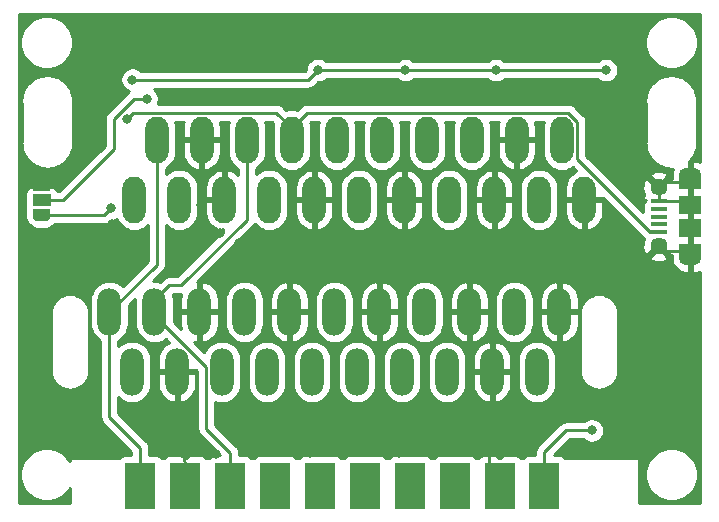
<source format=gtl>
G04 #@! TF.GenerationSoftware,KiCad,Pcbnew,(5.1.0)-1*
G04 #@! TF.CreationDate,2019-07-06T13:17:57-04:00*
G04 #@! TF.ProjectId,Inline SCART Splitter,496e6c69-6e65-4205-9343-415254205370,rev?*
G04 #@! TF.SameCoordinates,Original*
G04 #@! TF.FileFunction,Copper,L1,Top*
G04 #@! TF.FilePolarity,Positive*
%FSLAX46Y46*%
G04 Gerber Fmt 4.6, Leading zero omitted, Abs format (unit mm)*
G04 Created by KiCad (PCBNEW (5.1.0)-1) date 2019-07-06 13:17:57*
%MOMM*%
%LPD*%
G04 APERTURE LIST*
%ADD10R,1.900000X1.500000*%
%ADD11R,1.350000X0.400000*%
%ADD12C,1.450000*%
%ADD13O,1.900000X1.200000*%
%ADD14R,1.900000X1.200000*%
%ADD15O,1.981200X3.962400*%
%ADD16R,2.500000X4.000000*%
%ADD17O,2.000000X4.000000*%
%ADD18C,0.500000*%
%ADD19C,0.100000*%
%ADD20R,1.500000X1.000000*%
%ADD21C,0.800000*%
%ADD22C,0.250000*%
%ADD23C,0.254000*%
G04 APERTURE END LIST*
D10*
X160537500Y-40300000D03*
D11*
X157837500Y-41950000D03*
X157837500Y-42600000D03*
X157837500Y-40000000D03*
X157837500Y-40650000D03*
X157837500Y-41300000D03*
D12*
X157837500Y-38800000D03*
D10*
X160537500Y-42300000D03*
D13*
X160537500Y-44800000D03*
X160537500Y-37800000D03*
D14*
X160537500Y-38400000D03*
X160537500Y-44200000D03*
D12*
X157837500Y-43800000D03*
D15*
X113450000Y-39880000D03*
X115355000Y-34800000D03*
X117260000Y-39880000D03*
X119165000Y-34800000D03*
X121070000Y-39880000D03*
X122975000Y-34800000D03*
X124880000Y-39880000D03*
X126785000Y-34800000D03*
X128690000Y-39880000D03*
X130595000Y-34800000D03*
X132500000Y-39880000D03*
X134405000Y-34800000D03*
X136310000Y-39880000D03*
X138215000Y-34800000D03*
X140120000Y-39880000D03*
X142025000Y-34800000D03*
X143930000Y-39880000D03*
X145835000Y-34800000D03*
X147740000Y-39880000D03*
X149645000Y-34800000D03*
X151550000Y-39880000D03*
D16*
X113975000Y-64100000D03*
X117775000Y-64100000D03*
X121575000Y-64100000D03*
X125375000Y-64100000D03*
X129175000Y-64100000D03*
X132975000Y-64100000D03*
X136775000Y-64100000D03*
X140575000Y-64100000D03*
X144375000Y-64100000D03*
X148175000Y-64100000D03*
D17*
X147555000Y-54440000D03*
X143745000Y-54440000D03*
X139935000Y-54440000D03*
X136125000Y-54440000D03*
X113265000Y-54440000D03*
X117075000Y-54440000D03*
X120885000Y-54440000D03*
X124695000Y-54440000D03*
X128505000Y-54440000D03*
X132315000Y-54440000D03*
X111350000Y-49360000D03*
X115160000Y-49360000D03*
X118970000Y-49360000D03*
X122780000Y-49360000D03*
X126590000Y-49360000D03*
X149450000Y-49360000D03*
X145640000Y-49360000D03*
X141830000Y-49360000D03*
X138020000Y-49360000D03*
X134210000Y-49360000D03*
X130400000Y-49360000D03*
D18*
X105600000Y-41200000D03*
D19*
G36*
X106350000Y-40650000D02*
G01*
X106350000Y-41200000D01*
X106349398Y-41200000D01*
X106349398Y-41224534D01*
X106344588Y-41273365D01*
X106335016Y-41321490D01*
X106320772Y-41368445D01*
X106301995Y-41413778D01*
X106278864Y-41457051D01*
X106251604Y-41497850D01*
X106220476Y-41535779D01*
X106185779Y-41570476D01*
X106147850Y-41601604D01*
X106107051Y-41628864D01*
X106063778Y-41651995D01*
X106018445Y-41670772D01*
X105971490Y-41685016D01*
X105923365Y-41694588D01*
X105874534Y-41699398D01*
X105850000Y-41699398D01*
X105850000Y-41700000D01*
X105350000Y-41700000D01*
X105350000Y-41699398D01*
X105325466Y-41699398D01*
X105276635Y-41694588D01*
X105228510Y-41685016D01*
X105181555Y-41670772D01*
X105136222Y-41651995D01*
X105092949Y-41628864D01*
X105052150Y-41601604D01*
X105014221Y-41570476D01*
X104979524Y-41535779D01*
X104948396Y-41497850D01*
X104921136Y-41457051D01*
X104898005Y-41413778D01*
X104879228Y-41368445D01*
X104864984Y-41321490D01*
X104855412Y-41273365D01*
X104850602Y-41224534D01*
X104850602Y-41200000D01*
X104850000Y-41200000D01*
X104850000Y-40650000D01*
X106350000Y-40650000D01*
X106350000Y-40650000D01*
G37*
D18*
X105600000Y-38600000D03*
D19*
G36*
X104850602Y-38600000D02*
G01*
X104850602Y-38575466D01*
X104855412Y-38526635D01*
X104864984Y-38478510D01*
X104879228Y-38431555D01*
X104898005Y-38386222D01*
X104921136Y-38342949D01*
X104948396Y-38302150D01*
X104979524Y-38264221D01*
X105014221Y-38229524D01*
X105052150Y-38198396D01*
X105092949Y-38171136D01*
X105136222Y-38148005D01*
X105181555Y-38129228D01*
X105228510Y-38114984D01*
X105276635Y-38105412D01*
X105325466Y-38100602D01*
X105350000Y-38100602D01*
X105350000Y-38100000D01*
X105850000Y-38100000D01*
X105850000Y-38100602D01*
X105874534Y-38100602D01*
X105923365Y-38105412D01*
X105971490Y-38114984D01*
X106018445Y-38129228D01*
X106063778Y-38148005D01*
X106107051Y-38171136D01*
X106147850Y-38198396D01*
X106185779Y-38229524D01*
X106220476Y-38264221D01*
X106251604Y-38302150D01*
X106278864Y-38342949D01*
X106301995Y-38386222D01*
X106320772Y-38431555D01*
X106335016Y-38478510D01*
X106344588Y-38526635D01*
X106349398Y-38575466D01*
X106349398Y-38600000D01*
X106350000Y-38600000D01*
X106350000Y-39150000D01*
X104850000Y-39150000D01*
X104850000Y-38600000D01*
X104850602Y-38600000D01*
X104850602Y-38600000D01*
G37*
D20*
X105600000Y-39900000D03*
D21*
X129000000Y-28900000D03*
X136400000Y-28900000D03*
X144100000Y-28900000D03*
X153375000Y-28900000D03*
X111500000Y-40600000D03*
X113300000Y-29700000D03*
X120700000Y-42700000D03*
X122300000Y-43500000D03*
X124500000Y-31100000D03*
X119800000Y-26500000D03*
X110000000Y-31100000D03*
X143500000Y-61300000D03*
X151100000Y-61400000D03*
X135900000Y-61300000D03*
X128300000Y-61300000D03*
X120400000Y-61400000D03*
X117700000Y-61400000D03*
X140500000Y-43300000D03*
X131800000Y-46700000D03*
X134400000Y-43300000D03*
X151200000Y-43900000D03*
X131500000Y-25600000D03*
X138800000Y-25400000D03*
X111600000Y-41900000D03*
X119600000Y-31200000D03*
X116000000Y-31400000D03*
X119100000Y-40300000D03*
X152200000Y-59400006D03*
X112800000Y-33000000D03*
X114500000Y-31300000D03*
D22*
X129000000Y-28900000D02*
X136400000Y-28900000D01*
X136400000Y-28900000D02*
X144100000Y-28900000D01*
X144100000Y-28900000D02*
X153375000Y-28900000D01*
X105600000Y-41200000D02*
X110900000Y-41200000D01*
X110900000Y-41200000D02*
X111500000Y-40600000D01*
X128200000Y-29700000D02*
X113865685Y-29700000D01*
X113865685Y-29700000D02*
X113300000Y-29700000D01*
X129000000Y-28900000D02*
X128200000Y-29700000D01*
X117775000Y-62040685D02*
X117775000Y-64100000D01*
X117700000Y-61965685D02*
X117775000Y-62040685D01*
X117700000Y-61400000D02*
X117700000Y-61965685D01*
X143500000Y-63225000D02*
X144375000Y-64100000D01*
X143500000Y-61300000D02*
X143500000Y-63225000D01*
X157837500Y-38800000D02*
X157837500Y-40000000D01*
X160237500Y-40000000D02*
X160537500Y-40300000D01*
X157837500Y-40000000D02*
X160237500Y-40000000D01*
X158237500Y-38400000D02*
X157837500Y-38800000D01*
X160537500Y-38400000D02*
X158237500Y-38400000D01*
X158237500Y-44200000D02*
X157837500Y-43800000D01*
X160537500Y-44200000D02*
X158237500Y-44200000D01*
X149999994Y-59400006D02*
X152200000Y-59400006D01*
X148175000Y-64100000D02*
X148175000Y-61225000D01*
X148175000Y-61225000D02*
X149999994Y-59400006D01*
X113306210Y-32493790D02*
X112800000Y-33000000D01*
X125469390Y-32493790D02*
X113306210Y-32493790D01*
X126785000Y-33809400D02*
X125469390Y-32493790D01*
X126785000Y-33809400D02*
X126785000Y-34800000D01*
X128100610Y-32493790D02*
X126785000Y-33809400D01*
X150189943Y-32493790D02*
X128100610Y-32493790D01*
X150960610Y-33264457D02*
X150189943Y-32493790D01*
X150960610Y-36439457D02*
X150960610Y-33264457D01*
X157121153Y-42600000D02*
X150960610Y-36439457D01*
X157837500Y-42600000D02*
X157121153Y-42600000D01*
X115355000Y-45355000D02*
X111350000Y-49360000D01*
X115355000Y-34800000D02*
X115355000Y-45355000D01*
X111350000Y-49360000D02*
X111350000Y-58250000D01*
X113975000Y-60875000D02*
X113975000Y-64100000D01*
X111350000Y-58250000D02*
X113975000Y-60875000D01*
X115160000Y-48360000D02*
X115160000Y-49360000D01*
X116410000Y-47110000D02*
X115160000Y-48360000D01*
X117410000Y-47110000D02*
X116410000Y-47110000D01*
X122975000Y-41545000D02*
X117410000Y-47110000D01*
X122975000Y-34800000D02*
X122975000Y-41545000D01*
X119559990Y-54051143D02*
X119559990Y-59259990D01*
X115160000Y-49360000D02*
X115160000Y-49651153D01*
X115160000Y-49651153D02*
X119559990Y-54051143D01*
X121575000Y-61275000D02*
X121575000Y-64100000D01*
X119559990Y-59259990D02*
X121575000Y-61275000D01*
X105600000Y-39900000D02*
X107400000Y-39900000D01*
X107400000Y-39900000D02*
X111700000Y-35600000D01*
X113426998Y-31300000D02*
X114500000Y-31300000D01*
X111700000Y-35600000D02*
X111700000Y-33026998D01*
X111700000Y-33026998D02*
X113426998Y-31300000D01*
D23*
G36*
X161340000Y-36649984D02*
G01*
X161252996Y-36613507D01*
X161014500Y-36565000D01*
X160664500Y-36565000D01*
X160664500Y-40173000D01*
X160684500Y-40173000D01*
X160684500Y-40427000D01*
X160664500Y-40427000D01*
X160664500Y-42173000D01*
X160684500Y-42173000D01*
X160684500Y-42427000D01*
X160664500Y-42427000D01*
X160664500Y-46035000D01*
X161014500Y-46035000D01*
X161252996Y-45986493D01*
X161340001Y-45950015D01*
X161340001Y-65540000D01*
X156227000Y-65540000D01*
X156227000Y-62929872D01*
X156715000Y-62929872D01*
X156715000Y-63370128D01*
X156800890Y-63801925D01*
X156969369Y-64208669D01*
X157213962Y-64574729D01*
X157525271Y-64886038D01*
X157891331Y-65130631D01*
X158298075Y-65299110D01*
X158729872Y-65385000D01*
X159170128Y-65385000D01*
X159601925Y-65299110D01*
X160008669Y-65130631D01*
X160374729Y-64886038D01*
X160686038Y-64574729D01*
X160930631Y-64208669D01*
X161099110Y-63801925D01*
X161185000Y-63370128D01*
X161185000Y-62929872D01*
X161099110Y-62498075D01*
X160930631Y-62091331D01*
X160686038Y-61725271D01*
X160374729Y-61413962D01*
X160008669Y-61169369D01*
X159601925Y-61000890D01*
X159170128Y-60915000D01*
X158729872Y-60915000D01*
X158298075Y-61000890D01*
X157891331Y-61169369D01*
X157525271Y-61413962D01*
X157213962Y-61725271D01*
X156969369Y-62091331D01*
X156800890Y-62498075D01*
X156715000Y-62929872D01*
X156227000Y-62929872D01*
X156227000Y-61900000D01*
X156224560Y-61875224D01*
X156217333Y-61851399D01*
X156205597Y-61829443D01*
X156189803Y-61810197D01*
X156170557Y-61794403D01*
X156148601Y-61782667D01*
X156124776Y-61775440D01*
X156100000Y-61773000D01*
X149970233Y-61773000D01*
X149955537Y-61745506D01*
X149876185Y-61648815D01*
X149779494Y-61569463D01*
X149669180Y-61510498D01*
X149549482Y-61474188D01*
X149425000Y-61461928D01*
X149012873Y-61461928D01*
X150314796Y-60160006D01*
X151496289Y-60160006D01*
X151540226Y-60203943D01*
X151709744Y-60317211D01*
X151898102Y-60395232D01*
X152098061Y-60435006D01*
X152301939Y-60435006D01*
X152501898Y-60395232D01*
X152690256Y-60317211D01*
X152859774Y-60203943D01*
X153003937Y-60059780D01*
X153117205Y-59890262D01*
X153195226Y-59701904D01*
X153235000Y-59501945D01*
X153235000Y-59298067D01*
X153195226Y-59098108D01*
X153117205Y-58909750D01*
X153003937Y-58740232D01*
X152859774Y-58596069D01*
X152690256Y-58482801D01*
X152501898Y-58404780D01*
X152301939Y-58365006D01*
X152098061Y-58365006D01*
X151898102Y-58404780D01*
X151709744Y-58482801D01*
X151540226Y-58596069D01*
X151496289Y-58640006D01*
X150037316Y-58640006D01*
X149999993Y-58636330D01*
X149962670Y-58640006D01*
X149962661Y-58640006D01*
X149851008Y-58651003D01*
X149707747Y-58694460D01*
X149575718Y-58765032D01*
X149459993Y-58860005D01*
X149436195Y-58889003D01*
X147663998Y-60661201D01*
X147635000Y-60684999D01*
X147611202Y-60713997D01*
X147611201Y-60713998D01*
X147540026Y-60800724D01*
X147469454Y-60932754D01*
X147448786Y-61000890D01*
X147425998Y-61076014D01*
X147421073Y-61126014D01*
X147411324Y-61225000D01*
X147415001Y-61262332D01*
X147415001Y-61461928D01*
X146925000Y-61461928D01*
X146800518Y-61474188D01*
X146680820Y-61510498D01*
X146570506Y-61569463D01*
X146473815Y-61648815D01*
X146394463Y-61745506D01*
X146379767Y-61773000D01*
X146170233Y-61773000D01*
X146155537Y-61745506D01*
X146076185Y-61648815D01*
X145979494Y-61569463D01*
X145869180Y-61510498D01*
X145749482Y-61474188D01*
X145625000Y-61461928D01*
X144660750Y-61465000D01*
X144502000Y-61623750D01*
X144502000Y-61773000D01*
X144248000Y-61773000D01*
X144248000Y-61623750D01*
X144089250Y-61465000D01*
X143125000Y-61461928D01*
X143000518Y-61474188D01*
X142880820Y-61510498D01*
X142770506Y-61569463D01*
X142673815Y-61648815D01*
X142594463Y-61745506D01*
X142579767Y-61773000D01*
X142370233Y-61773000D01*
X142355537Y-61745506D01*
X142276185Y-61648815D01*
X142179494Y-61569463D01*
X142069180Y-61510498D01*
X141949482Y-61474188D01*
X141825000Y-61461928D01*
X139325000Y-61461928D01*
X139200518Y-61474188D01*
X139080820Y-61510498D01*
X138970506Y-61569463D01*
X138873815Y-61648815D01*
X138794463Y-61745506D01*
X138779767Y-61773000D01*
X138570233Y-61773000D01*
X138555537Y-61745506D01*
X138476185Y-61648815D01*
X138379494Y-61569463D01*
X138269180Y-61510498D01*
X138149482Y-61474188D01*
X138025000Y-61461928D01*
X135525000Y-61461928D01*
X135400518Y-61474188D01*
X135280820Y-61510498D01*
X135170506Y-61569463D01*
X135073815Y-61648815D01*
X134994463Y-61745506D01*
X134979767Y-61773000D01*
X134770233Y-61773000D01*
X134755537Y-61745506D01*
X134676185Y-61648815D01*
X134579494Y-61569463D01*
X134469180Y-61510498D01*
X134349482Y-61474188D01*
X134225000Y-61461928D01*
X131725000Y-61461928D01*
X131600518Y-61474188D01*
X131480820Y-61510498D01*
X131370506Y-61569463D01*
X131273815Y-61648815D01*
X131194463Y-61745506D01*
X131179767Y-61773000D01*
X130970233Y-61773000D01*
X130955537Y-61745506D01*
X130876185Y-61648815D01*
X130779494Y-61569463D01*
X130669180Y-61510498D01*
X130549482Y-61474188D01*
X130425000Y-61461928D01*
X127925000Y-61461928D01*
X127800518Y-61474188D01*
X127680820Y-61510498D01*
X127570506Y-61569463D01*
X127473815Y-61648815D01*
X127394463Y-61745506D01*
X127379767Y-61773000D01*
X127170233Y-61773000D01*
X127155537Y-61745506D01*
X127076185Y-61648815D01*
X126979494Y-61569463D01*
X126869180Y-61510498D01*
X126749482Y-61474188D01*
X126625000Y-61461928D01*
X124125000Y-61461928D01*
X124000518Y-61474188D01*
X123880820Y-61510498D01*
X123770506Y-61569463D01*
X123673815Y-61648815D01*
X123594463Y-61745506D01*
X123579767Y-61773000D01*
X123370233Y-61773000D01*
X123355537Y-61745506D01*
X123276185Y-61648815D01*
X123179494Y-61569463D01*
X123069180Y-61510498D01*
X122949482Y-61474188D01*
X122825000Y-61461928D01*
X122335000Y-61461928D01*
X122335000Y-61312322D01*
X122338676Y-61274999D01*
X122335000Y-61237676D01*
X122335000Y-61237667D01*
X122324003Y-61126014D01*
X122280546Y-60982753D01*
X122209974Y-60850724D01*
X122168940Y-60800724D01*
X122138799Y-60763996D01*
X122138795Y-60763992D01*
X122115001Y-60734999D01*
X122086009Y-60711206D01*
X120319990Y-58945189D01*
X120319990Y-56977177D01*
X120564484Y-57051343D01*
X120885000Y-57082911D01*
X121205515Y-57051343D01*
X121513714Y-56957852D01*
X121797751Y-56806031D01*
X122046714Y-56601714D01*
X122251031Y-56352752D01*
X122402852Y-56068715D01*
X122496343Y-55760516D01*
X122520000Y-55520322D01*
X122520000Y-55520321D01*
X123060000Y-55520321D01*
X123083657Y-55760515D01*
X123177148Y-56068714D01*
X123328969Y-56352751D01*
X123533286Y-56601714D01*
X123782248Y-56806031D01*
X124066285Y-56957852D01*
X124374484Y-57051343D01*
X124695000Y-57082911D01*
X125015515Y-57051343D01*
X125323714Y-56957852D01*
X125607751Y-56806031D01*
X125856714Y-56601714D01*
X126061031Y-56352752D01*
X126212852Y-56068715D01*
X126306343Y-55760516D01*
X126330000Y-55520322D01*
X126330000Y-55520321D01*
X126870000Y-55520321D01*
X126893657Y-55760515D01*
X126987148Y-56068714D01*
X127138969Y-56352751D01*
X127343286Y-56601714D01*
X127592248Y-56806031D01*
X127876285Y-56957852D01*
X128184484Y-57051343D01*
X128505000Y-57082911D01*
X128825515Y-57051343D01*
X129133714Y-56957852D01*
X129417751Y-56806031D01*
X129666714Y-56601714D01*
X129871031Y-56352752D01*
X130022852Y-56068715D01*
X130116343Y-55760516D01*
X130140000Y-55520322D01*
X130140000Y-55520321D01*
X130680000Y-55520321D01*
X130703657Y-55760515D01*
X130797148Y-56068714D01*
X130948969Y-56352751D01*
X131153286Y-56601714D01*
X131402248Y-56806031D01*
X131686285Y-56957852D01*
X131994484Y-57051343D01*
X132315000Y-57082911D01*
X132635515Y-57051343D01*
X132943714Y-56957852D01*
X133227751Y-56806031D01*
X133476714Y-56601714D01*
X133681031Y-56352752D01*
X133832852Y-56068715D01*
X133926343Y-55760516D01*
X133950000Y-55520322D01*
X133950000Y-55520321D01*
X134490000Y-55520321D01*
X134513657Y-55760515D01*
X134607148Y-56068714D01*
X134758969Y-56352751D01*
X134963286Y-56601714D01*
X135212248Y-56806031D01*
X135496285Y-56957852D01*
X135804484Y-57051343D01*
X136125000Y-57082911D01*
X136445515Y-57051343D01*
X136753714Y-56957852D01*
X137037751Y-56806031D01*
X137286714Y-56601714D01*
X137491031Y-56352752D01*
X137642852Y-56068715D01*
X137736343Y-55760516D01*
X137760000Y-55520322D01*
X137760000Y-55520321D01*
X138300000Y-55520321D01*
X138323657Y-55760515D01*
X138417148Y-56068714D01*
X138568969Y-56352751D01*
X138773286Y-56601714D01*
X139022248Y-56806031D01*
X139306285Y-56957852D01*
X139614484Y-57051343D01*
X139935000Y-57082911D01*
X140255515Y-57051343D01*
X140563714Y-56957852D01*
X140847751Y-56806031D01*
X141096714Y-56601714D01*
X141301031Y-56352752D01*
X141452852Y-56068715D01*
X141546343Y-55760516D01*
X141570000Y-55520322D01*
X141570000Y-54567000D01*
X142110000Y-54567000D01*
X142110000Y-55567000D01*
X142166193Y-55883532D01*
X142283058Y-56183020D01*
X142456105Y-56453954D01*
X142678683Y-56685922D01*
X142942239Y-56870010D01*
X143236645Y-56999144D01*
X143364566Y-57030124D01*
X143618000Y-56910777D01*
X143618000Y-54567000D01*
X143872000Y-54567000D01*
X143872000Y-56910777D01*
X144125434Y-57030124D01*
X144253355Y-56999144D01*
X144547761Y-56870010D01*
X144811317Y-56685922D01*
X145033895Y-56453954D01*
X145206942Y-56183020D01*
X145323807Y-55883532D01*
X145380000Y-55567000D01*
X145380000Y-55520321D01*
X145920000Y-55520321D01*
X145943657Y-55760515D01*
X146037148Y-56068714D01*
X146188969Y-56352751D01*
X146393286Y-56601714D01*
X146642248Y-56806031D01*
X146926285Y-56957852D01*
X147234484Y-57051343D01*
X147555000Y-57082911D01*
X147875515Y-57051343D01*
X148183714Y-56957852D01*
X148467751Y-56806031D01*
X148716714Y-56601714D01*
X148921031Y-56352752D01*
X149072852Y-56068715D01*
X149166343Y-55760516D01*
X149190000Y-55520322D01*
X149190000Y-54380321D01*
X151165000Y-54380321D01*
X151188657Y-54620515D01*
X151282148Y-54928714D01*
X151433969Y-55212751D01*
X151638286Y-55461714D01*
X151887248Y-55666031D01*
X152171285Y-55817852D01*
X152479484Y-55911343D01*
X152800000Y-55942911D01*
X153120515Y-55911343D01*
X153428714Y-55817852D01*
X153712751Y-55666031D01*
X153961714Y-55461714D01*
X154166031Y-55212752D01*
X154317852Y-54928715D01*
X154411343Y-54620516D01*
X154435000Y-54380322D01*
X154435000Y-49419678D01*
X154411343Y-49179484D01*
X154317852Y-48871285D01*
X154166031Y-48587248D01*
X153961714Y-48338286D01*
X153712752Y-48133969D01*
X153428715Y-47982148D01*
X153120516Y-47888657D01*
X152800000Y-47857089D01*
X152479485Y-47888657D01*
X152171286Y-47982148D01*
X151887249Y-48133969D01*
X151638287Y-48338286D01*
X151433970Y-48587248D01*
X151282149Y-48871285D01*
X151188658Y-49179484D01*
X151165001Y-49419678D01*
X151165000Y-54380321D01*
X149190000Y-54380321D01*
X149190000Y-53359678D01*
X149166343Y-53119484D01*
X149072852Y-52811285D01*
X148921031Y-52527248D01*
X148716714Y-52278286D01*
X148467752Y-52073969D01*
X148183715Y-51922148D01*
X147875516Y-51828657D01*
X147555000Y-51797089D01*
X147234485Y-51828657D01*
X146926286Y-51922148D01*
X146642249Y-52073969D01*
X146393287Y-52278286D01*
X146188970Y-52527248D01*
X146037149Y-52811285D01*
X145943658Y-53119484D01*
X145920001Y-53359678D01*
X145920000Y-55520321D01*
X145380000Y-55520321D01*
X145380000Y-54567000D01*
X143872000Y-54567000D01*
X143618000Y-54567000D01*
X142110000Y-54567000D01*
X141570000Y-54567000D01*
X141570000Y-53359678D01*
X141565403Y-53313000D01*
X142110000Y-53313000D01*
X142110000Y-54313000D01*
X143618000Y-54313000D01*
X143618000Y-51969223D01*
X143872000Y-51969223D01*
X143872000Y-54313000D01*
X145380000Y-54313000D01*
X145380000Y-53313000D01*
X145323807Y-52996468D01*
X145206942Y-52696980D01*
X145033895Y-52426046D01*
X144811317Y-52194078D01*
X144547761Y-52009990D01*
X144253355Y-51880856D01*
X144125434Y-51849876D01*
X143872000Y-51969223D01*
X143618000Y-51969223D01*
X143364566Y-51849876D01*
X143236645Y-51880856D01*
X142942239Y-52009990D01*
X142678683Y-52194078D01*
X142456105Y-52426046D01*
X142283058Y-52696980D01*
X142166193Y-52996468D01*
X142110000Y-53313000D01*
X141565403Y-53313000D01*
X141546343Y-53119484D01*
X141452852Y-52811285D01*
X141301031Y-52527248D01*
X141096714Y-52278286D01*
X140847752Y-52073969D01*
X140563715Y-51922148D01*
X140255516Y-51828657D01*
X139935000Y-51797089D01*
X139614485Y-51828657D01*
X139306286Y-51922148D01*
X139022249Y-52073969D01*
X138773287Y-52278286D01*
X138568970Y-52527248D01*
X138417149Y-52811285D01*
X138323658Y-53119484D01*
X138300001Y-53359678D01*
X138300000Y-55520321D01*
X137760000Y-55520321D01*
X137760000Y-53359678D01*
X137736343Y-53119484D01*
X137642852Y-52811285D01*
X137491031Y-52527248D01*
X137286714Y-52278286D01*
X137037752Y-52073969D01*
X136753715Y-51922148D01*
X136445516Y-51828657D01*
X136125000Y-51797089D01*
X135804485Y-51828657D01*
X135496286Y-51922148D01*
X135212249Y-52073969D01*
X134963287Y-52278286D01*
X134758970Y-52527248D01*
X134607149Y-52811285D01*
X134513658Y-53119484D01*
X134490001Y-53359678D01*
X134490000Y-55520321D01*
X133950000Y-55520321D01*
X133950000Y-53359678D01*
X133926343Y-53119484D01*
X133832852Y-52811285D01*
X133681031Y-52527248D01*
X133476714Y-52278286D01*
X133227752Y-52073969D01*
X132943715Y-51922148D01*
X132635516Y-51828657D01*
X132315000Y-51797089D01*
X131994485Y-51828657D01*
X131686286Y-51922148D01*
X131402249Y-52073969D01*
X131153287Y-52278286D01*
X130948970Y-52527248D01*
X130797149Y-52811285D01*
X130703658Y-53119484D01*
X130680001Y-53359678D01*
X130680000Y-55520321D01*
X130140000Y-55520321D01*
X130140000Y-53359678D01*
X130116343Y-53119484D01*
X130022852Y-52811285D01*
X129871031Y-52527248D01*
X129666714Y-52278286D01*
X129417752Y-52073969D01*
X129133715Y-51922148D01*
X128825516Y-51828657D01*
X128505000Y-51797089D01*
X128184485Y-51828657D01*
X127876286Y-51922148D01*
X127592249Y-52073969D01*
X127343287Y-52278286D01*
X127138970Y-52527248D01*
X126987149Y-52811285D01*
X126893658Y-53119484D01*
X126870001Y-53359678D01*
X126870000Y-55520321D01*
X126330000Y-55520321D01*
X126330000Y-53359678D01*
X126306343Y-53119484D01*
X126212852Y-52811285D01*
X126061031Y-52527248D01*
X125856714Y-52278286D01*
X125607752Y-52073969D01*
X125323715Y-51922148D01*
X125015516Y-51828657D01*
X124695000Y-51797089D01*
X124374485Y-51828657D01*
X124066286Y-51922148D01*
X123782249Y-52073969D01*
X123533287Y-52278286D01*
X123328970Y-52527248D01*
X123177149Y-52811285D01*
X123083658Y-53119484D01*
X123060001Y-53359678D01*
X123060000Y-55520321D01*
X122520000Y-55520321D01*
X122520000Y-53359678D01*
X122496343Y-53119484D01*
X122402852Y-52811285D01*
X122251031Y-52527248D01*
X122046714Y-52278286D01*
X121797752Y-52073969D01*
X121513715Y-51922148D01*
X121205516Y-51828657D01*
X120885000Y-51797089D01*
X120564485Y-51828657D01*
X120256286Y-51922148D01*
X119972249Y-52073969D01*
X119723287Y-52278286D01*
X119518970Y-52527248D01*
X119376827Y-52793178D01*
X118515942Y-51932294D01*
X118589566Y-51950124D01*
X118843000Y-51830777D01*
X118843000Y-49487000D01*
X119097000Y-49487000D01*
X119097000Y-51830777D01*
X119350434Y-51950124D01*
X119478355Y-51919144D01*
X119772761Y-51790010D01*
X120036317Y-51605922D01*
X120258895Y-51373954D01*
X120431942Y-51103020D01*
X120548807Y-50803532D01*
X120605000Y-50487000D01*
X120605000Y-50440321D01*
X121145000Y-50440321D01*
X121168657Y-50680515D01*
X121262148Y-50988714D01*
X121413969Y-51272751D01*
X121618286Y-51521714D01*
X121867248Y-51726031D01*
X122151285Y-51877852D01*
X122459484Y-51971343D01*
X122780000Y-52002911D01*
X123100515Y-51971343D01*
X123408714Y-51877852D01*
X123692751Y-51726031D01*
X123941714Y-51521714D01*
X124146031Y-51272752D01*
X124297852Y-50988715D01*
X124391343Y-50680516D01*
X124415000Y-50440322D01*
X124415000Y-49487000D01*
X124955000Y-49487000D01*
X124955000Y-50487000D01*
X125011193Y-50803532D01*
X125128058Y-51103020D01*
X125301105Y-51373954D01*
X125523683Y-51605922D01*
X125787239Y-51790010D01*
X126081645Y-51919144D01*
X126209566Y-51950124D01*
X126463000Y-51830777D01*
X126463000Y-49487000D01*
X126717000Y-49487000D01*
X126717000Y-51830777D01*
X126970434Y-51950124D01*
X127098355Y-51919144D01*
X127392761Y-51790010D01*
X127656317Y-51605922D01*
X127878895Y-51373954D01*
X128051942Y-51103020D01*
X128168807Y-50803532D01*
X128225000Y-50487000D01*
X128225000Y-50440321D01*
X128765000Y-50440321D01*
X128788657Y-50680515D01*
X128882148Y-50988714D01*
X129033969Y-51272751D01*
X129238286Y-51521714D01*
X129487248Y-51726031D01*
X129771285Y-51877852D01*
X130079484Y-51971343D01*
X130400000Y-52002911D01*
X130720515Y-51971343D01*
X131028714Y-51877852D01*
X131312751Y-51726031D01*
X131561714Y-51521714D01*
X131766031Y-51272752D01*
X131917852Y-50988715D01*
X132011343Y-50680516D01*
X132035000Y-50440322D01*
X132035000Y-49487000D01*
X132575000Y-49487000D01*
X132575000Y-50487000D01*
X132631193Y-50803532D01*
X132748058Y-51103020D01*
X132921105Y-51373954D01*
X133143683Y-51605922D01*
X133407239Y-51790010D01*
X133701645Y-51919144D01*
X133829566Y-51950124D01*
X134083000Y-51830777D01*
X134083000Y-49487000D01*
X134337000Y-49487000D01*
X134337000Y-51830777D01*
X134590434Y-51950124D01*
X134718355Y-51919144D01*
X135012761Y-51790010D01*
X135276317Y-51605922D01*
X135498895Y-51373954D01*
X135671942Y-51103020D01*
X135788807Y-50803532D01*
X135845000Y-50487000D01*
X135845000Y-50440321D01*
X136385000Y-50440321D01*
X136408657Y-50680515D01*
X136502148Y-50988714D01*
X136653969Y-51272751D01*
X136858286Y-51521714D01*
X137107248Y-51726031D01*
X137391285Y-51877852D01*
X137699484Y-51971343D01*
X138020000Y-52002911D01*
X138340515Y-51971343D01*
X138648714Y-51877852D01*
X138932751Y-51726031D01*
X139181714Y-51521714D01*
X139386031Y-51272752D01*
X139537852Y-50988715D01*
X139631343Y-50680516D01*
X139655000Y-50440322D01*
X139655000Y-49487000D01*
X140195000Y-49487000D01*
X140195000Y-50487000D01*
X140251193Y-50803532D01*
X140368058Y-51103020D01*
X140541105Y-51373954D01*
X140763683Y-51605922D01*
X141027239Y-51790010D01*
X141321645Y-51919144D01*
X141449566Y-51950124D01*
X141703000Y-51830777D01*
X141703000Y-49487000D01*
X141957000Y-49487000D01*
X141957000Y-51830777D01*
X142210434Y-51950124D01*
X142338355Y-51919144D01*
X142632761Y-51790010D01*
X142896317Y-51605922D01*
X143118895Y-51373954D01*
X143291942Y-51103020D01*
X143408807Y-50803532D01*
X143465000Y-50487000D01*
X143465000Y-50440321D01*
X144005000Y-50440321D01*
X144028657Y-50680515D01*
X144122148Y-50988714D01*
X144273969Y-51272751D01*
X144478286Y-51521714D01*
X144727248Y-51726031D01*
X145011285Y-51877852D01*
X145319484Y-51971343D01*
X145640000Y-52002911D01*
X145960515Y-51971343D01*
X146268714Y-51877852D01*
X146552751Y-51726031D01*
X146801714Y-51521714D01*
X147006031Y-51272752D01*
X147157852Y-50988715D01*
X147251343Y-50680516D01*
X147275000Y-50440322D01*
X147275000Y-49487000D01*
X147815000Y-49487000D01*
X147815000Y-50487000D01*
X147871193Y-50803532D01*
X147988058Y-51103020D01*
X148161105Y-51373954D01*
X148383683Y-51605922D01*
X148647239Y-51790010D01*
X148941645Y-51919144D01*
X149069566Y-51950124D01*
X149323000Y-51830777D01*
X149323000Y-49487000D01*
X149577000Y-49487000D01*
X149577000Y-51830777D01*
X149830434Y-51950124D01*
X149958355Y-51919144D01*
X150252761Y-51790010D01*
X150516317Y-51605922D01*
X150738895Y-51373954D01*
X150911942Y-51103020D01*
X151028807Y-50803532D01*
X151085000Y-50487000D01*
X151085000Y-49487000D01*
X149577000Y-49487000D01*
X149323000Y-49487000D01*
X147815000Y-49487000D01*
X147275000Y-49487000D01*
X147275000Y-48279678D01*
X147270403Y-48233000D01*
X147815000Y-48233000D01*
X147815000Y-49233000D01*
X149323000Y-49233000D01*
X149323000Y-46889223D01*
X149577000Y-46889223D01*
X149577000Y-49233000D01*
X151085000Y-49233000D01*
X151085000Y-48233000D01*
X151028807Y-47916468D01*
X150911942Y-47616980D01*
X150738895Y-47346046D01*
X150516317Y-47114078D01*
X150252761Y-46929990D01*
X149958355Y-46800856D01*
X149830434Y-46769876D01*
X149577000Y-46889223D01*
X149323000Y-46889223D01*
X149069566Y-46769876D01*
X148941645Y-46800856D01*
X148647239Y-46929990D01*
X148383683Y-47114078D01*
X148161105Y-47346046D01*
X147988058Y-47616980D01*
X147871193Y-47916468D01*
X147815000Y-48233000D01*
X147270403Y-48233000D01*
X147251343Y-48039484D01*
X147157852Y-47731285D01*
X147006031Y-47447248D01*
X146801714Y-47198286D01*
X146552752Y-46993969D01*
X146268715Y-46842148D01*
X145960516Y-46748657D01*
X145640000Y-46717089D01*
X145319485Y-46748657D01*
X145011286Y-46842148D01*
X144727249Y-46993969D01*
X144478287Y-47198286D01*
X144273970Y-47447248D01*
X144122149Y-47731285D01*
X144028658Y-48039484D01*
X144005001Y-48279678D01*
X144005000Y-50440321D01*
X143465000Y-50440321D01*
X143465000Y-49487000D01*
X141957000Y-49487000D01*
X141703000Y-49487000D01*
X140195000Y-49487000D01*
X139655000Y-49487000D01*
X139655000Y-48279678D01*
X139650403Y-48233000D01*
X140195000Y-48233000D01*
X140195000Y-49233000D01*
X141703000Y-49233000D01*
X141703000Y-46889223D01*
X141957000Y-46889223D01*
X141957000Y-49233000D01*
X143465000Y-49233000D01*
X143465000Y-48233000D01*
X143408807Y-47916468D01*
X143291942Y-47616980D01*
X143118895Y-47346046D01*
X142896317Y-47114078D01*
X142632761Y-46929990D01*
X142338355Y-46800856D01*
X142210434Y-46769876D01*
X141957000Y-46889223D01*
X141703000Y-46889223D01*
X141449566Y-46769876D01*
X141321645Y-46800856D01*
X141027239Y-46929990D01*
X140763683Y-47114078D01*
X140541105Y-47346046D01*
X140368058Y-47616980D01*
X140251193Y-47916468D01*
X140195000Y-48233000D01*
X139650403Y-48233000D01*
X139631343Y-48039484D01*
X139537852Y-47731285D01*
X139386031Y-47447248D01*
X139181714Y-47198286D01*
X138932752Y-46993969D01*
X138648715Y-46842148D01*
X138340516Y-46748657D01*
X138020000Y-46717089D01*
X137699485Y-46748657D01*
X137391286Y-46842148D01*
X137107249Y-46993969D01*
X136858287Y-47198286D01*
X136653970Y-47447248D01*
X136502149Y-47731285D01*
X136408658Y-48039484D01*
X136385001Y-48279678D01*
X136385000Y-50440321D01*
X135845000Y-50440321D01*
X135845000Y-49487000D01*
X134337000Y-49487000D01*
X134083000Y-49487000D01*
X132575000Y-49487000D01*
X132035000Y-49487000D01*
X132035000Y-48279678D01*
X132030403Y-48233000D01*
X132575000Y-48233000D01*
X132575000Y-49233000D01*
X134083000Y-49233000D01*
X134083000Y-46889223D01*
X134337000Y-46889223D01*
X134337000Y-49233000D01*
X135845000Y-49233000D01*
X135845000Y-48233000D01*
X135788807Y-47916468D01*
X135671942Y-47616980D01*
X135498895Y-47346046D01*
X135276317Y-47114078D01*
X135012761Y-46929990D01*
X134718355Y-46800856D01*
X134590434Y-46769876D01*
X134337000Y-46889223D01*
X134083000Y-46889223D01*
X133829566Y-46769876D01*
X133701645Y-46800856D01*
X133407239Y-46929990D01*
X133143683Y-47114078D01*
X132921105Y-47346046D01*
X132748058Y-47616980D01*
X132631193Y-47916468D01*
X132575000Y-48233000D01*
X132030403Y-48233000D01*
X132011343Y-48039484D01*
X131917852Y-47731285D01*
X131766031Y-47447248D01*
X131561714Y-47198286D01*
X131312752Y-46993969D01*
X131028715Y-46842148D01*
X130720516Y-46748657D01*
X130400000Y-46717089D01*
X130079485Y-46748657D01*
X129771286Y-46842148D01*
X129487249Y-46993969D01*
X129238287Y-47198286D01*
X129033970Y-47447248D01*
X128882149Y-47731285D01*
X128788658Y-48039484D01*
X128765001Y-48279678D01*
X128765000Y-50440321D01*
X128225000Y-50440321D01*
X128225000Y-49487000D01*
X126717000Y-49487000D01*
X126463000Y-49487000D01*
X124955000Y-49487000D01*
X124415000Y-49487000D01*
X124415000Y-48279678D01*
X124410403Y-48233000D01*
X124955000Y-48233000D01*
X124955000Y-49233000D01*
X126463000Y-49233000D01*
X126463000Y-46889223D01*
X126717000Y-46889223D01*
X126717000Y-49233000D01*
X128225000Y-49233000D01*
X128225000Y-48233000D01*
X128168807Y-47916468D01*
X128051942Y-47616980D01*
X127878895Y-47346046D01*
X127656317Y-47114078D01*
X127392761Y-46929990D01*
X127098355Y-46800856D01*
X126970434Y-46769876D01*
X126717000Y-46889223D01*
X126463000Y-46889223D01*
X126209566Y-46769876D01*
X126081645Y-46800856D01*
X125787239Y-46929990D01*
X125523683Y-47114078D01*
X125301105Y-47346046D01*
X125128058Y-47616980D01*
X125011193Y-47916468D01*
X124955000Y-48233000D01*
X124410403Y-48233000D01*
X124391343Y-48039484D01*
X124297852Y-47731285D01*
X124146031Y-47447248D01*
X123941714Y-47198286D01*
X123692752Y-46993969D01*
X123408715Y-46842148D01*
X123100516Y-46748657D01*
X122780000Y-46717089D01*
X122459485Y-46748657D01*
X122151286Y-46842148D01*
X121867249Y-46993969D01*
X121618287Y-47198286D01*
X121413970Y-47447248D01*
X121262149Y-47731285D01*
X121168658Y-48039484D01*
X121145001Y-48279678D01*
X121145000Y-50440321D01*
X120605000Y-50440321D01*
X120605000Y-49487000D01*
X119097000Y-49487000D01*
X118843000Y-49487000D01*
X117335000Y-49487000D01*
X117335000Y-50487000D01*
X117391193Y-50803532D01*
X117393761Y-50810112D01*
X116795000Y-50211352D01*
X116795000Y-48279678D01*
X116771343Y-48039484D01*
X116721064Y-47873737D01*
X116724802Y-47870000D01*
X117372678Y-47870000D01*
X117407969Y-47873476D01*
X117391193Y-47916468D01*
X117335000Y-48233000D01*
X117335000Y-49233000D01*
X118843000Y-49233000D01*
X118843000Y-46889223D01*
X119097000Y-46889223D01*
X119097000Y-49233000D01*
X120605000Y-49233000D01*
X120605000Y-48233000D01*
X120548807Y-47916468D01*
X120431942Y-47616980D01*
X120258895Y-47346046D01*
X120036317Y-47114078D01*
X119772761Y-46929990D01*
X119478355Y-46800856D01*
X119350434Y-46769876D01*
X119097000Y-46889223D01*
X118843000Y-46889223D01*
X118749574Y-46845227D01*
X120855668Y-44739133D01*
X157077972Y-44739133D01*
X157140465Y-44975450D01*
X157383178Y-45088850D01*
X157643349Y-45152719D01*
X157910982Y-45164604D01*
X158175791Y-45124048D01*
X158427600Y-45032609D01*
X158534535Y-44975450D01*
X158597028Y-44739133D01*
X157837500Y-43979605D01*
X157077972Y-44739133D01*
X120855668Y-44739133D01*
X123486008Y-42108795D01*
X123515001Y-42085001D01*
X123538795Y-42056008D01*
X123538799Y-42056004D01*
X123609973Y-41969277D01*
X123609974Y-41969276D01*
X123637087Y-41918553D01*
X123724966Y-42025634D01*
X123972495Y-42228777D01*
X124254900Y-42379725D01*
X124561327Y-42472678D01*
X124880000Y-42504065D01*
X125198672Y-42472678D01*
X125505099Y-42379725D01*
X125787504Y-42228777D01*
X126035034Y-42025634D01*
X126238177Y-41778105D01*
X126389125Y-41495700D01*
X126482078Y-41189273D01*
X126505600Y-40950454D01*
X126505600Y-40007000D01*
X127064400Y-40007000D01*
X127064400Y-40997600D01*
X127120412Y-41312299D01*
X127236742Y-41610023D01*
X127408920Y-41879332D01*
X127630329Y-42109876D01*
X127892461Y-42292795D01*
X128185242Y-42421060D01*
X128311041Y-42451411D01*
X128563000Y-42331942D01*
X128563000Y-40007000D01*
X128817000Y-40007000D01*
X128817000Y-42331942D01*
X129068959Y-42451411D01*
X129194758Y-42421060D01*
X129487539Y-42292795D01*
X129749671Y-42109876D01*
X129971080Y-41879332D01*
X130143258Y-41610023D01*
X130259588Y-41312299D01*
X130315600Y-40997600D01*
X130315600Y-40950453D01*
X130874400Y-40950453D01*
X130897922Y-41189272D01*
X130990875Y-41495699D01*
X131141823Y-41778104D01*
X131344966Y-42025634D01*
X131592495Y-42228777D01*
X131874900Y-42379725D01*
X132181327Y-42472678D01*
X132500000Y-42504065D01*
X132818672Y-42472678D01*
X133125099Y-42379725D01*
X133407504Y-42228777D01*
X133655034Y-42025634D01*
X133858177Y-41778105D01*
X134009125Y-41495700D01*
X134102078Y-41189273D01*
X134125600Y-40950454D01*
X134125600Y-40007000D01*
X134684400Y-40007000D01*
X134684400Y-40997600D01*
X134740412Y-41312299D01*
X134856742Y-41610023D01*
X135028920Y-41879332D01*
X135250329Y-42109876D01*
X135512461Y-42292795D01*
X135805242Y-42421060D01*
X135931041Y-42451411D01*
X136183000Y-42331942D01*
X136183000Y-40007000D01*
X136437000Y-40007000D01*
X136437000Y-42331942D01*
X136688959Y-42451411D01*
X136814758Y-42421060D01*
X137107539Y-42292795D01*
X137369671Y-42109876D01*
X137591080Y-41879332D01*
X137763258Y-41610023D01*
X137879588Y-41312299D01*
X137935600Y-40997600D01*
X137935600Y-40950453D01*
X138494400Y-40950453D01*
X138517922Y-41189272D01*
X138610875Y-41495699D01*
X138761823Y-41778104D01*
X138964966Y-42025634D01*
X139212495Y-42228777D01*
X139494900Y-42379725D01*
X139801327Y-42472678D01*
X140120000Y-42504065D01*
X140438672Y-42472678D01*
X140745099Y-42379725D01*
X141027504Y-42228777D01*
X141275034Y-42025634D01*
X141478177Y-41778105D01*
X141629125Y-41495700D01*
X141722078Y-41189273D01*
X141745600Y-40950454D01*
X141745600Y-40007000D01*
X142304400Y-40007000D01*
X142304400Y-40997600D01*
X142360412Y-41312299D01*
X142476742Y-41610023D01*
X142648920Y-41879332D01*
X142870329Y-42109876D01*
X143132461Y-42292795D01*
X143425242Y-42421060D01*
X143551041Y-42451411D01*
X143803000Y-42331942D01*
X143803000Y-40007000D01*
X144057000Y-40007000D01*
X144057000Y-42331942D01*
X144308959Y-42451411D01*
X144434758Y-42421060D01*
X144727539Y-42292795D01*
X144989671Y-42109876D01*
X145211080Y-41879332D01*
X145383258Y-41610023D01*
X145499588Y-41312299D01*
X145555600Y-40997600D01*
X145555600Y-40950453D01*
X146114400Y-40950453D01*
X146137922Y-41189272D01*
X146230875Y-41495699D01*
X146381823Y-41778104D01*
X146584966Y-42025634D01*
X146832495Y-42228777D01*
X147114900Y-42379725D01*
X147421327Y-42472678D01*
X147740000Y-42504065D01*
X148058672Y-42472678D01*
X148365099Y-42379725D01*
X148647504Y-42228777D01*
X148895034Y-42025634D01*
X149098177Y-41778105D01*
X149249125Y-41495700D01*
X149342078Y-41189273D01*
X149365600Y-40950454D01*
X149365600Y-40007000D01*
X149924400Y-40007000D01*
X149924400Y-40997600D01*
X149980412Y-41312299D01*
X150096742Y-41610023D01*
X150268920Y-41879332D01*
X150490329Y-42109876D01*
X150752461Y-42292795D01*
X151045242Y-42421060D01*
X151171041Y-42451411D01*
X151423000Y-42331942D01*
X151423000Y-40007000D01*
X151677000Y-40007000D01*
X151677000Y-42331942D01*
X151928959Y-42451411D01*
X152054758Y-42421060D01*
X152347539Y-42292795D01*
X152609671Y-42109876D01*
X152831080Y-41879332D01*
X153003258Y-41610023D01*
X153119588Y-41312299D01*
X153175600Y-40997600D01*
X153175600Y-40007000D01*
X151677000Y-40007000D01*
X151423000Y-40007000D01*
X149924400Y-40007000D01*
X149365600Y-40007000D01*
X149365600Y-38809546D01*
X149342078Y-38570727D01*
X149249125Y-38264300D01*
X149098177Y-37981895D01*
X148895034Y-37734366D01*
X148647505Y-37531223D01*
X148365100Y-37380275D01*
X148058673Y-37287322D01*
X147740000Y-37255935D01*
X147421328Y-37287322D01*
X147114901Y-37380275D01*
X146832496Y-37531223D01*
X146584967Y-37734366D01*
X146381824Y-37981895D01*
X146230876Y-38264300D01*
X146137923Y-38570727D01*
X146114401Y-38809546D01*
X146114400Y-40950453D01*
X145555600Y-40950453D01*
X145555600Y-40007000D01*
X144057000Y-40007000D01*
X143803000Y-40007000D01*
X142304400Y-40007000D01*
X141745600Y-40007000D01*
X141745600Y-38809546D01*
X141740957Y-38762400D01*
X142304400Y-38762400D01*
X142304400Y-39753000D01*
X143803000Y-39753000D01*
X143803000Y-37428058D01*
X144057000Y-37428058D01*
X144057000Y-39753000D01*
X145555600Y-39753000D01*
X145555600Y-38762400D01*
X145499588Y-38447701D01*
X145383258Y-38149977D01*
X145211080Y-37880668D01*
X144989671Y-37650124D01*
X144727539Y-37467205D01*
X144434758Y-37338940D01*
X144308959Y-37308589D01*
X144057000Y-37428058D01*
X143803000Y-37428058D01*
X143551041Y-37308589D01*
X143425242Y-37338940D01*
X143132461Y-37467205D01*
X142870329Y-37650124D01*
X142648920Y-37880668D01*
X142476742Y-38149977D01*
X142360412Y-38447701D01*
X142304400Y-38762400D01*
X141740957Y-38762400D01*
X141722078Y-38570727D01*
X141629125Y-38264300D01*
X141478177Y-37981895D01*
X141275034Y-37734366D01*
X141027505Y-37531223D01*
X140745100Y-37380275D01*
X140438673Y-37287322D01*
X140120000Y-37255935D01*
X139801328Y-37287322D01*
X139494901Y-37380275D01*
X139212496Y-37531223D01*
X138964967Y-37734366D01*
X138761824Y-37981895D01*
X138610876Y-38264300D01*
X138517923Y-38570727D01*
X138494401Y-38809546D01*
X138494400Y-40950453D01*
X137935600Y-40950453D01*
X137935600Y-40007000D01*
X136437000Y-40007000D01*
X136183000Y-40007000D01*
X134684400Y-40007000D01*
X134125600Y-40007000D01*
X134125600Y-38809546D01*
X134120957Y-38762400D01*
X134684400Y-38762400D01*
X134684400Y-39753000D01*
X136183000Y-39753000D01*
X136183000Y-37428058D01*
X136437000Y-37428058D01*
X136437000Y-39753000D01*
X137935600Y-39753000D01*
X137935600Y-38762400D01*
X137879588Y-38447701D01*
X137763258Y-38149977D01*
X137591080Y-37880668D01*
X137369671Y-37650124D01*
X137107539Y-37467205D01*
X136814758Y-37338940D01*
X136688959Y-37308589D01*
X136437000Y-37428058D01*
X136183000Y-37428058D01*
X135931041Y-37308589D01*
X135805242Y-37338940D01*
X135512461Y-37467205D01*
X135250329Y-37650124D01*
X135028920Y-37880668D01*
X134856742Y-38149977D01*
X134740412Y-38447701D01*
X134684400Y-38762400D01*
X134120957Y-38762400D01*
X134102078Y-38570727D01*
X134009125Y-38264300D01*
X133858177Y-37981895D01*
X133655034Y-37734366D01*
X133407505Y-37531223D01*
X133125100Y-37380275D01*
X132818673Y-37287322D01*
X132500000Y-37255935D01*
X132181328Y-37287322D01*
X131874901Y-37380275D01*
X131592496Y-37531223D01*
X131344967Y-37734366D01*
X131141824Y-37981895D01*
X130990876Y-38264300D01*
X130897923Y-38570727D01*
X130874401Y-38809546D01*
X130874400Y-40950453D01*
X130315600Y-40950453D01*
X130315600Y-40007000D01*
X128817000Y-40007000D01*
X128563000Y-40007000D01*
X127064400Y-40007000D01*
X126505600Y-40007000D01*
X126505600Y-38809546D01*
X126500957Y-38762400D01*
X127064400Y-38762400D01*
X127064400Y-39753000D01*
X128563000Y-39753000D01*
X128563000Y-37428058D01*
X128817000Y-37428058D01*
X128817000Y-39753000D01*
X130315600Y-39753000D01*
X130315600Y-38762400D01*
X130259588Y-38447701D01*
X130143258Y-38149977D01*
X129971080Y-37880668D01*
X129749671Y-37650124D01*
X129487539Y-37467205D01*
X129194758Y-37338940D01*
X129068959Y-37308589D01*
X128817000Y-37428058D01*
X128563000Y-37428058D01*
X128311041Y-37308589D01*
X128185242Y-37338940D01*
X127892461Y-37467205D01*
X127630329Y-37650124D01*
X127408920Y-37880668D01*
X127236742Y-38149977D01*
X127120412Y-38447701D01*
X127064400Y-38762400D01*
X126500957Y-38762400D01*
X126482078Y-38570727D01*
X126389125Y-38264300D01*
X126238177Y-37981895D01*
X126035034Y-37734366D01*
X125787505Y-37531223D01*
X125505100Y-37380275D01*
X125198673Y-37287322D01*
X124880000Y-37255935D01*
X124561328Y-37287322D01*
X124254901Y-37380275D01*
X123972496Y-37531223D01*
X123735000Y-37726132D01*
X123735000Y-37227619D01*
X123882504Y-37148777D01*
X124130034Y-36945634D01*
X124333177Y-36698105D01*
X124484125Y-36415700D01*
X124577078Y-36109273D01*
X124600600Y-35870454D01*
X124600600Y-33729546D01*
X124577078Y-33490727D01*
X124505204Y-33253790D01*
X125154589Y-33253790D01*
X125231474Y-33330675D01*
X125182923Y-33490727D01*
X125159401Y-33729546D01*
X125159400Y-35870453D01*
X125182922Y-36109272D01*
X125275875Y-36415699D01*
X125426823Y-36698104D01*
X125629966Y-36945634D01*
X125877495Y-37148777D01*
X126159900Y-37299725D01*
X126466327Y-37392678D01*
X126785000Y-37424065D01*
X127103672Y-37392678D01*
X127410099Y-37299725D01*
X127692504Y-37148777D01*
X127940034Y-36945634D01*
X128143177Y-36698105D01*
X128294125Y-36415700D01*
X128387078Y-36109273D01*
X128410600Y-35870454D01*
X128410600Y-33729546D01*
X128387078Y-33490727D01*
X128338527Y-33330675D01*
X128415412Y-33253790D01*
X129064797Y-33253790D01*
X128992923Y-33490727D01*
X128969401Y-33729546D01*
X128969400Y-35870453D01*
X128992922Y-36109272D01*
X129085875Y-36415699D01*
X129236823Y-36698104D01*
X129439966Y-36945634D01*
X129687495Y-37148777D01*
X129969900Y-37299725D01*
X130276327Y-37392678D01*
X130595000Y-37424065D01*
X130913672Y-37392678D01*
X131220099Y-37299725D01*
X131502504Y-37148777D01*
X131750034Y-36945634D01*
X131953177Y-36698105D01*
X132104125Y-36415700D01*
X132197078Y-36109273D01*
X132220600Y-35870454D01*
X132220600Y-33729546D01*
X132197078Y-33490727D01*
X132125204Y-33253790D01*
X132874797Y-33253790D01*
X132802923Y-33490727D01*
X132779401Y-33729546D01*
X132779400Y-35870453D01*
X132802922Y-36109272D01*
X132895875Y-36415699D01*
X133046823Y-36698104D01*
X133249966Y-36945634D01*
X133497495Y-37148777D01*
X133779900Y-37299725D01*
X134086327Y-37392678D01*
X134405000Y-37424065D01*
X134723672Y-37392678D01*
X135030099Y-37299725D01*
X135312504Y-37148777D01*
X135560034Y-36945634D01*
X135763177Y-36698105D01*
X135914125Y-36415700D01*
X136007078Y-36109273D01*
X136030600Y-35870454D01*
X136030600Y-33729546D01*
X136007078Y-33490727D01*
X135935204Y-33253790D01*
X136684797Y-33253790D01*
X136612923Y-33490727D01*
X136589401Y-33729546D01*
X136589400Y-35870453D01*
X136612922Y-36109272D01*
X136705875Y-36415699D01*
X136856823Y-36698104D01*
X137059966Y-36945634D01*
X137307495Y-37148777D01*
X137589900Y-37299725D01*
X137896327Y-37392678D01*
X138215000Y-37424065D01*
X138533672Y-37392678D01*
X138840099Y-37299725D01*
X139122504Y-37148777D01*
X139370034Y-36945634D01*
X139573177Y-36698105D01*
X139724125Y-36415700D01*
X139817078Y-36109273D01*
X139840600Y-35870454D01*
X139840600Y-33729546D01*
X139817078Y-33490727D01*
X139745204Y-33253790D01*
X140494797Y-33253790D01*
X140422923Y-33490727D01*
X140399401Y-33729546D01*
X140399400Y-35870453D01*
X140422922Y-36109272D01*
X140515875Y-36415699D01*
X140666823Y-36698104D01*
X140869966Y-36945634D01*
X141117495Y-37148777D01*
X141399900Y-37299725D01*
X141706327Y-37392678D01*
X142025000Y-37424065D01*
X142343672Y-37392678D01*
X142650099Y-37299725D01*
X142932504Y-37148777D01*
X143180034Y-36945634D01*
X143383177Y-36698105D01*
X143534125Y-36415700D01*
X143627078Y-36109273D01*
X143650600Y-35870454D01*
X143650600Y-34927000D01*
X144209400Y-34927000D01*
X144209400Y-35917600D01*
X144265412Y-36232299D01*
X144381742Y-36530023D01*
X144553920Y-36799332D01*
X144775329Y-37029876D01*
X145037461Y-37212795D01*
X145330242Y-37341060D01*
X145456041Y-37371411D01*
X145708000Y-37251942D01*
X145708000Y-34927000D01*
X145962000Y-34927000D01*
X145962000Y-37251942D01*
X146213959Y-37371411D01*
X146339758Y-37341060D01*
X146632539Y-37212795D01*
X146894671Y-37029876D01*
X147116080Y-36799332D01*
X147288258Y-36530023D01*
X147404588Y-36232299D01*
X147460600Y-35917600D01*
X147460600Y-34927000D01*
X145962000Y-34927000D01*
X145708000Y-34927000D01*
X144209400Y-34927000D01*
X143650600Y-34927000D01*
X143650600Y-33729546D01*
X143627078Y-33490727D01*
X143555204Y-33253790D01*
X144309921Y-33253790D01*
X144265412Y-33367701D01*
X144209400Y-33682400D01*
X144209400Y-34673000D01*
X145708000Y-34673000D01*
X145708000Y-34653000D01*
X145962000Y-34653000D01*
X145962000Y-34673000D01*
X147460600Y-34673000D01*
X147460600Y-33682400D01*
X147404588Y-33367701D01*
X147360079Y-33253790D01*
X148114797Y-33253790D01*
X148042923Y-33490727D01*
X148019401Y-33729546D01*
X148019400Y-35870453D01*
X148042922Y-36109272D01*
X148135875Y-36415699D01*
X148286823Y-36698104D01*
X148489966Y-36945634D01*
X148737495Y-37148777D01*
X149019900Y-37299725D01*
X149326327Y-37392678D01*
X149645000Y-37424065D01*
X149963672Y-37392678D01*
X150270099Y-37299725D01*
X150552504Y-37148777D01*
X150575916Y-37129564D01*
X150864482Y-37418130D01*
X150752461Y-37467205D01*
X150490329Y-37650124D01*
X150268920Y-37880668D01*
X150096742Y-38149977D01*
X149980412Y-38447701D01*
X149924400Y-38762400D01*
X149924400Y-39753000D01*
X151423000Y-39753000D01*
X151423000Y-39733000D01*
X151677000Y-39733000D01*
X151677000Y-39753000D01*
X153175600Y-39753000D01*
X153175600Y-39729249D01*
X156557358Y-43111008D01*
X156581152Y-43140001D01*
X156610145Y-43163795D01*
X156610149Y-43163799D01*
X156627120Y-43177727D01*
X156548650Y-43345678D01*
X156484781Y-43605849D01*
X156472896Y-43873482D01*
X156513452Y-44138291D01*
X156604891Y-44390100D01*
X156662050Y-44497035D01*
X156898367Y-44559528D01*
X157657895Y-43800000D01*
X157643753Y-43785858D01*
X157823358Y-43606253D01*
X157837500Y-43620395D01*
X157851643Y-43606253D01*
X158031248Y-43785858D01*
X158017105Y-43800000D01*
X158776633Y-44559528D01*
X158952233Y-44513091D01*
X158949428Y-44800000D01*
X158952500Y-44831192D01*
X158952500Y-44927002D01*
X158962452Y-44927002D01*
X158997998Y-45044180D01*
X159017821Y-45081265D01*
X158994038Y-45117609D01*
X158997909Y-45155282D01*
X159090079Y-45380533D01*
X159224422Y-45583474D01*
X159395775Y-45756307D01*
X159597554Y-45892390D01*
X159822004Y-45986493D01*
X160060500Y-46035000D01*
X160410500Y-46035000D01*
X160410500Y-42427000D01*
X160390500Y-42427000D01*
X160390500Y-42173000D01*
X160410500Y-42173000D01*
X160410500Y-40427000D01*
X160390500Y-40427000D01*
X160390500Y-40173000D01*
X160410500Y-40173000D01*
X160410500Y-36642676D01*
X160418085Y-36636401D01*
X160460224Y-36593966D01*
X160502974Y-36552103D01*
X160508848Y-36545002D01*
X160696834Y-36314509D01*
X160729938Y-36264682D01*
X160763733Y-36215327D01*
X160768116Y-36207221D01*
X160907753Y-35944603D01*
X160930560Y-35889269D01*
X160954114Y-35834314D01*
X160956838Y-35825515D01*
X160956840Y-35825509D01*
X161042806Y-35540773D01*
X161054422Y-35482108D01*
X161066862Y-35423584D01*
X161067825Y-35414419D01*
X161096850Y-35118406D01*
X161096850Y-34989596D01*
X161076200Y-34885305D01*
X161076200Y-31664047D01*
X161086522Y-31630699D01*
X161095068Y-31549377D01*
X161096701Y-31541129D01*
X161096701Y-31533835D01*
X161099984Y-31502594D01*
X161099984Y-31493379D01*
X161099835Y-31472100D01*
X161096702Y-31442298D01*
X161096702Y-31412319D01*
X161095738Y-31403154D01*
X161062584Y-31107575D01*
X161050151Y-31049081D01*
X161038528Y-30990381D01*
X161035803Y-30981578D01*
X160945868Y-30698068D01*
X160922290Y-30643058D01*
X160899508Y-30587783D01*
X160895125Y-30579677D01*
X160751836Y-30319034D01*
X160718048Y-30269687D01*
X160684936Y-30219850D01*
X160679062Y-30212749D01*
X160487876Y-29984904D01*
X160445146Y-29943060D01*
X160402987Y-29900605D01*
X160395846Y-29894781D01*
X160164045Y-29708408D01*
X160114031Y-29675680D01*
X160064398Y-29642202D01*
X160056261Y-29637876D01*
X159792675Y-29500077D01*
X159737219Y-29477672D01*
X159682068Y-29454488D01*
X159673246Y-29451825D01*
X159387915Y-29367847D01*
X159329175Y-29356642D01*
X159270558Y-29344609D01*
X159261386Y-29343710D01*
X158965178Y-29316753D01*
X158905361Y-29317171D01*
X158845544Y-29316753D01*
X158836372Y-29317653D01*
X158540569Y-29348742D01*
X158481972Y-29360771D01*
X158423210Y-29371980D01*
X158414388Y-29374644D01*
X158130257Y-29462598D01*
X158075139Y-29485768D01*
X158019650Y-29508186D01*
X158011514Y-29512513D01*
X157749878Y-29653979D01*
X157700311Y-29687412D01*
X157650232Y-29720183D01*
X157643091Y-29726008D01*
X157413915Y-29915597D01*
X157371774Y-29958034D01*
X157329024Y-29999897D01*
X157323150Y-30006998D01*
X157135164Y-30237492D01*
X157102049Y-30287334D01*
X157068265Y-30336674D01*
X157063882Y-30344781D01*
X156924246Y-30607399D01*
X156901458Y-30662687D01*
X156877886Y-30717683D01*
X156875162Y-30726487D01*
X156789193Y-31011225D01*
X156777570Y-31069925D01*
X156765137Y-31128419D01*
X156764174Y-31137584D01*
X156735150Y-31433596D01*
X156735150Y-31562406D01*
X156755801Y-31666697D01*
X156755800Y-34887952D01*
X156745478Y-34921300D01*
X156736932Y-35002622D01*
X156735299Y-35010870D01*
X156735299Y-35018164D01*
X156732016Y-35049404D01*
X156732016Y-35058620D01*
X156732165Y-35079898D01*
X156735298Y-35109700D01*
X156735298Y-35139680D01*
X156736262Y-35148844D01*
X156769416Y-35444424D01*
X156781853Y-35502936D01*
X156793471Y-35561614D01*
X156796196Y-35570413D01*
X156796197Y-35570419D01*
X156796199Y-35570425D01*
X156886130Y-35853928D01*
X156909691Y-35908899D01*
X156932491Y-35964217D01*
X156936874Y-35972323D01*
X157080163Y-36232965D01*
X157113947Y-36282305D01*
X157147062Y-36332147D01*
X157152936Y-36339247D01*
X157344122Y-36567094D01*
X157386853Y-36608939D01*
X157429013Y-36651395D01*
X157436155Y-36657219D01*
X157667956Y-36843591D01*
X157717968Y-36876318D01*
X157767600Y-36909795D01*
X157775737Y-36914121D01*
X158039323Y-37051921D01*
X158094783Y-37074328D01*
X158149931Y-37097511D01*
X158158753Y-37100174D01*
X158444083Y-37184152D01*
X158502837Y-37195360D01*
X158561441Y-37207390D01*
X158570613Y-37208289D01*
X158866820Y-37235246D01*
X158926638Y-37234828D01*
X158986455Y-37235246D01*
X158995626Y-37234347D01*
X159087961Y-37224642D01*
X158997909Y-37444718D01*
X158994038Y-37482391D01*
X159017821Y-37518735D01*
X158997998Y-37555820D01*
X158962452Y-37672998D01*
X158952500Y-37672998D01*
X158952500Y-37768808D01*
X158949428Y-37800000D01*
X158952233Y-38086909D01*
X158776633Y-38040472D01*
X158017105Y-38800000D01*
X158031248Y-38814143D01*
X157851643Y-38993748D01*
X157837500Y-38979605D01*
X157823358Y-38993748D01*
X157643753Y-38814143D01*
X157657895Y-38800000D01*
X156898367Y-38040472D01*
X156662050Y-38102965D01*
X156548650Y-38345678D01*
X156484781Y-38605849D01*
X156472896Y-38873482D01*
X156513452Y-39138291D01*
X156604891Y-39390100D01*
X156633775Y-39444136D01*
X156576979Y-39546424D01*
X156538759Y-39665526D01*
X156527500Y-39768250D01*
X156686250Y-39927000D01*
X156798822Y-39927000D01*
X156711315Y-39998815D01*
X156631963Y-40095506D01*
X156595468Y-40163782D01*
X156527500Y-40231750D01*
X156537488Y-40322880D01*
X156536688Y-40325518D01*
X156524428Y-40450000D01*
X156524428Y-40850000D01*
X156533001Y-40937045D01*
X153456822Y-37860867D01*
X157077972Y-37860867D01*
X157837500Y-38620395D01*
X158597028Y-37860867D01*
X158534535Y-37624550D01*
X158291822Y-37511150D01*
X158031651Y-37447281D01*
X157764018Y-37435396D01*
X157499209Y-37475952D01*
X157247400Y-37567391D01*
X157140465Y-37624550D01*
X157077972Y-37860867D01*
X153456822Y-37860867D01*
X151720610Y-36124656D01*
X151720610Y-33301782D01*
X151724286Y-33264457D01*
X151720610Y-33227132D01*
X151720610Y-33227124D01*
X151709613Y-33115471D01*
X151666156Y-32972210D01*
X151595584Y-32840181D01*
X151500611Y-32724456D01*
X151471612Y-32700658D01*
X150753746Y-31982792D01*
X150729944Y-31953789D01*
X150614219Y-31858816D01*
X150482190Y-31788244D01*
X150338929Y-31744787D01*
X150227276Y-31733790D01*
X150227265Y-31733790D01*
X150189943Y-31730114D01*
X150152621Y-31733790D01*
X128137943Y-31733790D01*
X128100610Y-31730113D01*
X128063277Y-31733790D01*
X127951624Y-31744787D01*
X127808363Y-31788244D01*
X127676334Y-31858816D01*
X127560609Y-31953789D01*
X127536811Y-31982787D01*
X127263725Y-32255873D01*
X127103673Y-32207322D01*
X126785000Y-32175935D01*
X126466328Y-32207322D01*
X126306275Y-32255873D01*
X126033194Y-31982793D01*
X126009391Y-31953789D01*
X125893666Y-31858816D01*
X125761637Y-31788244D01*
X125618376Y-31744787D01*
X125506723Y-31733790D01*
X125506712Y-31733790D01*
X125469390Y-31730114D01*
X125432068Y-31733790D01*
X115440594Y-31733790D01*
X115495226Y-31601898D01*
X115535000Y-31401939D01*
X115535000Y-31198061D01*
X115495226Y-30998102D01*
X115417205Y-30809744D01*
X115303937Y-30640226D01*
X115159774Y-30496063D01*
X115105802Y-30460000D01*
X128162678Y-30460000D01*
X128200000Y-30463676D01*
X128237322Y-30460000D01*
X128237333Y-30460000D01*
X128348986Y-30449003D01*
X128492247Y-30405546D01*
X128624276Y-30334974D01*
X128740001Y-30240001D01*
X128763803Y-30210998D01*
X129039801Y-29935000D01*
X129101939Y-29935000D01*
X129301898Y-29895226D01*
X129490256Y-29817205D01*
X129659774Y-29703937D01*
X129703711Y-29660000D01*
X135696289Y-29660000D01*
X135740226Y-29703937D01*
X135909744Y-29817205D01*
X136098102Y-29895226D01*
X136298061Y-29935000D01*
X136501939Y-29935000D01*
X136701898Y-29895226D01*
X136890256Y-29817205D01*
X137059774Y-29703937D01*
X137103711Y-29660000D01*
X143396289Y-29660000D01*
X143440226Y-29703937D01*
X143609744Y-29817205D01*
X143798102Y-29895226D01*
X143998061Y-29935000D01*
X144201939Y-29935000D01*
X144401898Y-29895226D01*
X144590256Y-29817205D01*
X144759774Y-29703937D01*
X144803711Y-29660000D01*
X152671289Y-29660000D01*
X152715226Y-29703937D01*
X152884744Y-29817205D01*
X153073102Y-29895226D01*
X153273061Y-29935000D01*
X153476939Y-29935000D01*
X153676898Y-29895226D01*
X153865256Y-29817205D01*
X154034774Y-29703937D01*
X154178937Y-29559774D01*
X154292205Y-29390256D01*
X154370226Y-29201898D01*
X154410000Y-29001939D01*
X154410000Y-28798061D01*
X154370226Y-28598102D01*
X154292205Y-28409744D01*
X154178937Y-28240226D01*
X154034774Y-28096063D01*
X153865256Y-27982795D01*
X153676898Y-27904774D01*
X153476939Y-27865000D01*
X153273061Y-27865000D01*
X153073102Y-27904774D01*
X152884744Y-27982795D01*
X152715226Y-28096063D01*
X152671289Y-28140000D01*
X144803711Y-28140000D01*
X144759774Y-28096063D01*
X144590256Y-27982795D01*
X144401898Y-27904774D01*
X144201939Y-27865000D01*
X143998061Y-27865000D01*
X143798102Y-27904774D01*
X143609744Y-27982795D01*
X143440226Y-28096063D01*
X143396289Y-28140000D01*
X137103711Y-28140000D01*
X137059774Y-28096063D01*
X136890256Y-27982795D01*
X136701898Y-27904774D01*
X136501939Y-27865000D01*
X136298061Y-27865000D01*
X136098102Y-27904774D01*
X135909744Y-27982795D01*
X135740226Y-28096063D01*
X135696289Y-28140000D01*
X129703711Y-28140000D01*
X129659774Y-28096063D01*
X129490256Y-27982795D01*
X129301898Y-27904774D01*
X129101939Y-27865000D01*
X128898061Y-27865000D01*
X128698102Y-27904774D01*
X128509744Y-27982795D01*
X128340226Y-28096063D01*
X128196063Y-28240226D01*
X128082795Y-28409744D01*
X128004774Y-28598102D01*
X127965000Y-28798061D01*
X127965000Y-28860199D01*
X127885199Y-28940000D01*
X114003711Y-28940000D01*
X113959774Y-28896063D01*
X113790256Y-28782795D01*
X113601898Y-28704774D01*
X113401939Y-28665000D01*
X113198061Y-28665000D01*
X112998102Y-28704774D01*
X112809744Y-28782795D01*
X112640226Y-28896063D01*
X112496063Y-29040226D01*
X112382795Y-29209744D01*
X112304774Y-29398102D01*
X112265000Y-29598061D01*
X112265000Y-29801939D01*
X112304774Y-30001898D01*
X112382795Y-30190256D01*
X112496063Y-30359774D01*
X112640226Y-30503937D01*
X112809744Y-30617205D01*
X112976716Y-30686368D01*
X112927829Y-30726489D01*
X112886997Y-30759999D01*
X112863199Y-30788997D01*
X111188998Y-32463199D01*
X111160000Y-32486997D01*
X111136202Y-32515995D01*
X111136201Y-32515996D01*
X111065026Y-32602722D01*
X110994454Y-32734752D01*
X110964180Y-32834556D01*
X110954586Y-32866186D01*
X110950998Y-32878013D01*
X110936324Y-33026998D01*
X110940001Y-33064330D01*
X110940000Y-35285198D01*
X107085199Y-39140000D01*
X106931046Y-39140000D01*
X106880537Y-39045506D01*
X106801185Y-38948815D01*
X106704494Y-38869463D01*
X106594180Y-38810498D01*
X106474482Y-38774188D01*
X106350000Y-38761928D01*
X104850000Y-38761928D01*
X104725518Y-38774188D01*
X104605820Y-38810498D01*
X104495506Y-38869463D01*
X104398815Y-38948815D01*
X104319463Y-39045506D01*
X104260498Y-39155820D01*
X104224188Y-39275518D01*
X104211928Y-39400000D01*
X104211928Y-40400000D01*
X104224188Y-40524482D01*
X104224345Y-40525000D01*
X104224188Y-40525518D01*
X104211928Y-40650000D01*
X104211928Y-41200000D01*
X104214336Y-41224450D01*
X104214336Y-41249009D01*
X104226596Y-41373490D01*
X104245718Y-41469623D01*
X104282027Y-41589319D01*
X104319536Y-41679875D01*
X104378502Y-41790192D01*
X104432958Y-41871691D01*
X104512310Y-41968382D01*
X104581618Y-42037690D01*
X104678309Y-42117042D01*
X104759808Y-42171498D01*
X104870125Y-42230464D01*
X104960681Y-42267973D01*
X105080377Y-42304282D01*
X105176510Y-42323404D01*
X105300991Y-42335664D01*
X105325550Y-42335664D01*
X105350000Y-42338072D01*
X105850000Y-42338072D01*
X105874450Y-42335664D01*
X105899009Y-42335664D01*
X106023490Y-42323404D01*
X106119623Y-42304282D01*
X106239319Y-42267973D01*
X106329875Y-42230464D01*
X106440192Y-42171498D01*
X106521691Y-42117042D01*
X106618382Y-42037690D01*
X106687690Y-41968382D01*
X106694569Y-41960000D01*
X110862678Y-41960000D01*
X110900000Y-41963676D01*
X110937322Y-41960000D01*
X110937333Y-41960000D01*
X111048986Y-41949003D01*
X111192247Y-41905546D01*
X111324276Y-41834974D01*
X111440001Y-41740001D01*
X111463803Y-41710998D01*
X111539801Y-41635000D01*
X111601939Y-41635000D01*
X111801898Y-41595226D01*
X111959238Y-41530053D01*
X112091823Y-41778104D01*
X112294966Y-42025634D01*
X112542495Y-42228777D01*
X112824900Y-42379725D01*
X113131327Y-42472678D01*
X113450000Y-42504065D01*
X113768672Y-42472678D01*
X114075099Y-42379725D01*
X114357504Y-42228777D01*
X114595001Y-42033868D01*
X114595001Y-45040197D01*
X112470630Y-47164569D01*
X112262752Y-46993969D01*
X111978715Y-46842148D01*
X111670516Y-46748657D01*
X111350000Y-46717089D01*
X111029485Y-46748657D01*
X110721286Y-46842148D01*
X110437249Y-46993969D01*
X110188287Y-47198286D01*
X109983970Y-47447248D01*
X109832149Y-47731285D01*
X109738658Y-48039484D01*
X109715001Y-48279678D01*
X109715000Y-50440321D01*
X109738657Y-50680515D01*
X109832148Y-50988714D01*
X109983969Y-51272751D01*
X110188286Y-51521714D01*
X110437248Y-51726031D01*
X110590000Y-51807679D01*
X110590001Y-58212668D01*
X110586324Y-58250000D01*
X110600998Y-58398985D01*
X110644454Y-58542246D01*
X110715026Y-58674276D01*
X110786201Y-58761002D01*
X110810000Y-58790001D01*
X110838998Y-58813799D01*
X113215000Y-61189802D01*
X113215000Y-61461928D01*
X112725000Y-61461928D01*
X112600518Y-61474188D01*
X112480820Y-61510498D01*
X112370506Y-61569463D01*
X112273815Y-61648815D01*
X112194463Y-61745506D01*
X112179767Y-61773000D01*
X108100000Y-61773000D01*
X108075224Y-61775440D01*
X108051399Y-61782667D01*
X108029443Y-61794403D01*
X108010197Y-61810197D01*
X107994403Y-61829443D01*
X107982667Y-61851399D01*
X107975440Y-61875224D01*
X107973000Y-61900000D01*
X107973000Y-62005080D01*
X107786038Y-61725271D01*
X107474729Y-61413962D01*
X107108669Y-61169369D01*
X106701925Y-61000890D01*
X106270128Y-60915000D01*
X105829872Y-60915000D01*
X105398075Y-61000890D01*
X104991331Y-61169369D01*
X104625271Y-61413962D01*
X104313962Y-61725271D01*
X104069369Y-62091331D01*
X103900890Y-62498075D01*
X103815000Y-62929872D01*
X103815000Y-63370128D01*
X103900890Y-63801925D01*
X104069369Y-64208669D01*
X104313962Y-64574729D01*
X104625271Y-64886038D01*
X104991331Y-65130631D01*
X105398075Y-65299110D01*
X105829872Y-65385000D01*
X106270128Y-65385000D01*
X106701925Y-65299110D01*
X107108669Y-65130631D01*
X107474729Y-64886038D01*
X107786038Y-64574729D01*
X107973000Y-64294920D01*
X107973000Y-65540000D01*
X103660000Y-65540000D01*
X103660000Y-54380321D01*
X106365000Y-54380321D01*
X106388657Y-54620515D01*
X106482148Y-54928714D01*
X106633969Y-55212751D01*
X106838286Y-55461714D01*
X107087248Y-55666031D01*
X107371285Y-55817852D01*
X107679484Y-55911343D01*
X108000000Y-55942911D01*
X108320515Y-55911343D01*
X108628714Y-55817852D01*
X108912751Y-55666031D01*
X109161714Y-55461714D01*
X109366031Y-55212752D01*
X109517852Y-54928715D01*
X109611343Y-54620516D01*
X109635000Y-54380322D01*
X109635000Y-49419678D01*
X109611343Y-49179484D01*
X109517852Y-48871285D01*
X109366031Y-48587248D01*
X109161714Y-48338286D01*
X108912752Y-48133969D01*
X108628715Y-47982148D01*
X108320516Y-47888657D01*
X108000000Y-47857089D01*
X107679485Y-47888657D01*
X107371286Y-47982148D01*
X107087249Y-48133969D01*
X106838287Y-48338286D01*
X106633970Y-48587248D01*
X106482149Y-48871285D01*
X106388658Y-49179484D01*
X106365001Y-49419678D01*
X106365000Y-54380321D01*
X103660000Y-54380321D01*
X103660000Y-35049404D01*
X103900016Y-35049404D01*
X103900016Y-35058620D01*
X103900165Y-35079898D01*
X103903298Y-35109700D01*
X103903298Y-35139680D01*
X103904262Y-35148844D01*
X103937416Y-35444424D01*
X103949853Y-35502936D01*
X103961471Y-35561614D01*
X103964196Y-35570413D01*
X103964197Y-35570419D01*
X103964199Y-35570425D01*
X104054130Y-35853928D01*
X104077691Y-35908899D01*
X104100491Y-35964217D01*
X104104874Y-35972323D01*
X104248163Y-36232965D01*
X104281947Y-36282305D01*
X104315062Y-36332147D01*
X104320936Y-36339247D01*
X104512122Y-36567094D01*
X104554853Y-36608939D01*
X104597013Y-36651395D01*
X104604155Y-36657219D01*
X104835956Y-36843591D01*
X104885968Y-36876318D01*
X104935600Y-36909795D01*
X104943737Y-36914121D01*
X105207323Y-37051921D01*
X105262783Y-37074328D01*
X105317931Y-37097511D01*
X105326753Y-37100174D01*
X105612083Y-37184152D01*
X105670837Y-37195360D01*
X105729441Y-37207390D01*
X105738613Y-37208289D01*
X106034820Y-37235246D01*
X106094638Y-37234828D01*
X106154455Y-37235246D01*
X106163626Y-37234347D01*
X106459430Y-37203257D01*
X106518017Y-37191230D01*
X106576787Y-37180020D01*
X106585609Y-37177356D01*
X106869740Y-37089403D01*
X106924883Y-37066223D01*
X106980348Y-37043814D01*
X106988485Y-37039487D01*
X107250121Y-36898021D01*
X107299705Y-36864576D01*
X107349768Y-36831816D01*
X107356909Y-36825992D01*
X107586085Y-36636401D01*
X107628224Y-36593966D01*
X107670974Y-36552103D01*
X107676848Y-36545002D01*
X107864834Y-36314509D01*
X107897938Y-36264682D01*
X107931733Y-36215327D01*
X107936116Y-36207221D01*
X108075753Y-35944603D01*
X108098560Y-35889269D01*
X108122114Y-35834314D01*
X108124838Y-35825515D01*
X108124840Y-35825509D01*
X108210806Y-35540773D01*
X108222422Y-35482108D01*
X108234862Y-35423584D01*
X108235825Y-35414419D01*
X108264850Y-35118406D01*
X108264850Y-34989596D01*
X108244200Y-34885305D01*
X108244200Y-31664047D01*
X108254522Y-31630699D01*
X108263068Y-31549377D01*
X108264701Y-31541129D01*
X108264701Y-31533835D01*
X108267984Y-31502594D01*
X108267984Y-31493379D01*
X108267835Y-31472100D01*
X108264702Y-31442298D01*
X108264702Y-31412319D01*
X108263738Y-31403154D01*
X108230584Y-31107575D01*
X108218151Y-31049081D01*
X108206528Y-30990381D01*
X108203803Y-30981578D01*
X108113868Y-30698068D01*
X108090290Y-30643058D01*
X108067508Y-30587783D01*
X108063125Y-30579677D01*
X107919836Y-30319034D01*
X107886048Y-30269687D01*
X107852936Y-30219850D01*
X107847062Y-30212749D01*
X107655876Y-29984904D01*
X107613146Y-29943060D01*
X107570987Y-29900605D01*
X107563846Y-29894781D01*
X107332045Y-29708408D01*
X107282031Y-29675680D01*
X107232398Y-29642202D01*
X107224261Y-29637876D01*
X106960675Y-29500077D01*
X106905219Y-29477672D01*
X106850068Y-29454488D01*
X106841246Y-29451825D01*
X106555915Y-29367847D01*
X106497175Y-29356642D01*
X106438558Y-29344609D01*
X106429386Y-29343710D01*
X106133178Y-29316753D01*
X106073361Y-29317171D01*
X106013544Y-29316753D01*
X106004372Y-29317653D01*
X105708569Y-29348742D01*
X105649972Y-29360771D01*
X105591210Y-29371980D01*
X105582388Y-29374644D01*
X105298257Y-29462598D01*
X105243139Y-29485768D01*
X105187650Y-29508186D01*
X105179514Y-29512513D01*
X104917878Y-29653979D01*
X104868311Y-29687412D01*
X104818232Y-29720183D01*
X104811091Y-29726008D01*
X104581915Y-29915597D01*
X104539774Y-29958034D01*
X104497024Y-29999897D01*
X104491150Y-30006998D01*
X104303164Y-30237492D01*
X104270049Y-30287334D01*
X104236265Y-30336674D01*
X104231882Y-30344781D01*
X104092246Y-30607399D01*
X104069458Y-30662687D01*
X104045886Y-30717683D01*
X104043162Y-30726487D01*
X103957193Y-31011225D01*
X103945570Y-31069925D01*
X103933137Y-31128419D01*
X103932174Y-31137584D01*
X103903150Y-31433596D01*
X103903150Y-31562406D01*
X103923801Y-31666697D01*
X103923800Y-34887952D01*
X103913478Y-34921300D01*
X103904932Y-35002622D01*
X103903299Y-35010870D01*
X103903299Y-35018164D01*
X103900016Y-35049404D01*
X103660000Y-35049404D01*
X103660000Y-26329872D01*
X103815000Y-26329872D01*
X103815000Y-26770128D01*
X103900890Y-27201925D01*
X104069369Y-27608669D01*
X104313962Y-27974729D01*
X104625271Y-28286038D01*
X104991331Y-28530631D01*
X105398075Y-28699110D01*
X105829872Y-28785000D01*
X106270128Y-28785000D01*
X106701925Y-28699110D01*
X107108669Y-28530631D01*
X107474729Y-28286038D01*
X107786038Y-27974729D01*
X108030631Y-27608669D01*
X108199110Y-27201925D01*
X108285000Y-26770128D01*
X108285000Y-26329872D01*
X156715000Y-26329872D01*
X156715000Y-26770128D01*
X156800890Y-27201925D01*
X156969369Y-27608669D01*
X157213962Y-27974729D01*
X157525271Y-28286038D01*
X157891331Y-28530631D01*
X158298075Y-28699110D01*
X158729872Y-28785000D01*
X159170128Y-28785000D01*
X159601925Y-28699110D01*
X160008669Y-28530631D01*
X160374729Y-28286038D01*
X160686038Y-27974729D01*
X160930631Y-27608669D01*
X161099110Y-27201925D01*
X161185000Y-26770128D01*
X161185000Y-26329872D01*
X161099110Y-25898075D01*
X160930631Y-25491331D01*
X160686038Y-25125271D01*
X160374729Y-24813962D01*
X160008669Y-24569369D01*
X159601925Y-24400890D01*
X159170128Y-24315000D01*
X158729872Y-24315000D01*
X158298075Y-24400890D01*
X157891331Y-24569369D01*
X157525271Y-24813962D01*
X157213962Y-25125271D01*
X156969369Y-25491331D01*
X156800890Y-25898075D01*
X156715000Y-26329872D01*
X108285000Y-26329872D01*
X108199110Y-25898075D01*
X108030631Y-25491331D01*
X107786038Y-25125271D01*
X107474729Y-24813962D01*
X107108669Y-24569369D01*
X106701925Y-24400890D01*
X106270128Y-24315000D01*
X105829872Y-24315000D01*
X105398075Y-24400890D01*
X104991331Y-24569369D01*
X104625271Y-24813962D01*
X104313962Y-25125271D01*
X104069369Y-25491331D01*
X103900890Y-25898075D01*
X103815000Y-26329872D01*
X103660000Y-26329872D01*
X103660000Y-24160000D01*
X161340000Y-24160000D01*
X161340000Y-36649984D01*
X161340000Y-36649984D01*
G37*
X161340000Y-36649984D02*
X161252996Y-36613507D01*
X161014500Y-36565000D01*
X160664500Y-36565000D01*
X160664500Y-40173000D01*
X160684500Y-40173000D01*
X160684500Y-40427000D01*
X160664500Y-40427000D01*
X160664500Y-42173000D01*
X160684500Y-42173000D01*
X160684500Y-42427000D01*
X160664500Y-42427000D01*
X160664500Y-46035000D01*
X161014500Y-46035000D01*
X161252996Y-45986493D01*
X161340001Y-45950015D01*
X161340001Y-65540000D01*
X156227000Y-65540000D01*
X156227000Y-62929872D01*
X156715000Y-62929872D01*
X156715000Y-63370128D01*
X156800890Y-63801925D01*
X156969369Y-64208669D01*
X157213962Y-64574729D01*
X157525271Y-64886038D01*
X157891331Y-65130631D01*
X158298075Y-65299110D01*
X158729872Y-65385000D01*
X159170128Y-65385000D01*
X159601925Y-65299110D01*
X160008669Y-65130631D01*
X160374729Y-64886038D01*
X160686038Y-64574729D01*
X160930631Y-64208669D01*
X161099110Y-63801925D01*
X161185000Y-63370128D01*
X161185000Y-62929872D01*
X161099110Y-62498075D01*
X160930631Y-62091331D01*
X160686038Y-61725271D01*
X160374729Y-61413962D01*
X160008669Y-61169369D01*
X159601925Y-61000890D01*
X159170128Y-60915000D01*
X158729872Y-60915000D01*
X158298075Y-61000890D01*
X157891331Y-61169369D01*
X157525271Y-61413962D01*
X157213962Y-61725271D01*
X156969369Y-62091331D01*
X156800890Y-62498075D01*
X156715000Y-62929872D01*
X156227000Y-62929872D01*
X156227000Y-61900000D01*
X156224560Y-61875224D01*
X156217333Y-61851399D01*
X156205597Y-61829443D01*
X156189803Y-61810197D01*
X156170557Y-61794403D01*
X156148601Y-61782667D01*
X156124776Y-61775440D01*
X156100000Y-61773000D01*
X149970233Y-61773000D01*
X149955537Y-61745506D01*
X149876185Y-61648815D01*
X149779494Y-61569463D01*
X149669180Y-61510498D01*
X149549482Y-61474188D01*
X149425000Y-61461928D01*
X149012873Y-61461928D01*
X150314796Y-60160006D01*
X151496289Y-60160006D01*
X151540226Y-60203943D01*
X151709744Y-60317211D01*
X151898102Y-60395232D01*
X152098061Y-60435006D01*
X152301939Y-60435006D01*
X152501898Y-60395232D01*
X152690256Y-60317211D01*
X152859774Y-60203943D01*
X153003937Y-60059780D01*
X153117205Y-59890262D01*
X153195226Y-59701904D01*
X153235000Y-59501945D01*
X153235000Y-59298067D01*
X153195226Y-59098108D01*
X153117205Y-58909750D01*
X153003937Y-58740232D01*
X152859774Y-58596069D01*
X152690256Y-58482801D01*
X152501898Y-58404780D01*
X152301939Y-58365006D01*
X152098061Y-58365006D01*
X151898102Y-58404780D01*
X151709744Y-58482801D01*
X151540226Y-58596069D01*
X151496289Y-58640006D01*
X150037316Y-58640006D01*
X149999993Y-58636330D01*
X149962670Y-58640006D01*
X149962661Y-58640006D01*
X149851008Y-58651003D01*
X149707747Y-58694460D01*
X149575718Y-58765032D01*
X149459993Y-58860005D01*
X149436195Y-58889003D01*
X147663998Y-60661201D01*
X147635000Y-60684999D01*
X147611202Y-60713997D01*
X147611201Y-60713998D01*
X147540026Y-60800724D01*
X147469454Y-60932754D01*
X147448786Y-61000890D01*
X147425998Y-61076014D01*
X147421073Y-61126014D01*
X147411324Y-61225000D01*
X147415001Y-61262332D01*
X147415001Y-61461928D01*
X146925000Y-61461928D01*
X146800518Y-61474188D01*
X146680820Y-61510498D01*
X146570506Y-61569463D01*
X146473815Y-61648815D01*
X146394463Y-61745506D01*
X146379767Y-61773000D01*
X146170233Y-61773000D01*
X146155537Y-61745506D01*
X146076185Y-61648815D01*
X145979494Y-61569463D01*
X145869180Y-61510498D01*
X145749482Y-61474188D01*
X145625000Y-61461928D01*
X144660750Y-61465000D01*
X144502000Y-61623750D01*
X144502000Y-61773000D01*
X144248000Y-61773000D01*
X144248000Y-61623750D01*
X144089250Y-61465000D01*
X143125000Y-61461928D01*
X143000518Y-61474188D01*
X142880820Y-61510498D01*
X142770506Y-61569463D01*
X142673815Y-61648815D01*
X142594463Y-61745506D01*
X142579767Y-61773000D01*
X142370233Y-61773000D01*
X142355537Y-61745506D01*
X142276185Y-61648815D01*
X142179494Y-61569463D01*
X142069180Y-61510498D01*
X141949482Y-61474188D01*
X141825000Y-61461928D01*
X139325000Y-61461928D01*
X139200518Y-61474188D01*
X139080820Y-61510498D01*
X138970506Y-61569463D01*
X138873815Y-61648815D01*
X138794463Y-61745506D01*
X138779767Y-61773000D01*
X138570233Y-61773000D01*
X138555537Y-61745506D01*
X138476185Y-61648815D01*
X138379494Y-61569463D01*
X138269180Y-61510498D01*
X138149482Y-61474188D01*
X138025000Y-61461928D01*
X135525000Y-61461928D01*
X135400518Y-61474188D01*
X135280820Y-61510498D01*
X135170506Y-61569463D01*
X135073815Y-61648815D01*
X134994463Y-61745506D01*
X134979767Y-61773000D01*
X134770233Y-61773000D01*
X134755537Y-61745506D01*
X134676185Y-61648815D01*
X134579494Y-61569463D01*
X134469180Y-61510498D01*
X134349482Y-61474188D01*
X134225000Y-61461928D01*
X131725000Y-61461928D01*
X131600518Y-61474188D01*
X131480820Y-61510498D01*
X131370506Y-61569463D01*
X131273815Y-61648815D01*
X131194463Y-61745506D01*
X131179767Y-61773000D01*
X130970233Y-61773000D01*
X130955537Y-61745506D01*
X130876185Y-61648815D01*
X130779494Y-61569463D01*
X130669180Y-61510498D01*
X130549482Y-61474188D01*
X130425000Y-61461928D01*
X127925000Y-61461928D01*
X127800518Y-61474188D01*
X127680820Y-61510498D01*
X127570506Y-61569463D01*
X127473815Y-61648815D01*
X127394463Y-61745506D01*
X127379767Y-61773000D01*
X127170233Y-61773000D01*
X127155537Y-61745506D01*
X127076185Y-61648815D01*
X126979494Y-61569463D01*
X126869180Y-61510498D01*
X126749482Y-61474188D01*
X126625000Y-61461928D01*
X124125000Y-61461928D01*
X124000518Y-61474188D01*
X123880820Y-61510498D01*
X123770506Y-61569463D01*
X123673815Y-61648815D01*
X123594463Y-61745506D01*
X123579767Y-61773000D01*
X123370233Y-61773000D01*
X123355537Y-61745506D01*
X123276185Y-61648815D01*
X123179494Y-61569463D01*
X123069180Y-61510498D01*
X122949482Y-61474188D01*
X122825000Y-61461928D01*
X122335000Y-61461928D01*
X122335000Y-61312322D01*
X122338676Y-61274999D01*
X122335000Y-61237676D01*
X122335000Y-61237667D01*
X122324003Y-61126014D01*
X122280546Y-60982753D01*
X122209974Y-60850724D01*
X122168940Y-60800724D01*
X122138799Y-60763996D01*
X122138795Y-60763992D01*
X122115001Y-60734999D01*
X122086009Y-60711206D01*
X120319990Y-58945189D01*
X120319990Y-56977177D01*
X120564484Y-57051343D01*
X120885000Y-57082911D01*
X121205515Y-57051343D01*
X121513714Y-56957852D01*
X121797751Y-56806031D01*
X122046714Y-56601714D01*
X122251031Y-56352752D01*
X122402852Y-56068715D01*
X122496343Y-55760516D01*
X122520000Y-55520322D01*
X122520000Y-55520321D01*
X123060000Y-55520321D01*
X123083657Y-55760515D01*
X123177148Y-56068714D01*
X123328969Y-56352751D01*
X123533286Y-56601714D01*
X123782248Y-56806031D01*
X124066285Y-56957852D01*
X124374484Y-57051343D01*
X124695000Y-57082911D01*
X125015515Y-57051343D01*
X125323714Y-56957852D01*
X125607751Y-56806031D01*
X125856714Y-56601714D01*
X126061031Y-56352752D01*
X126212852Y-56068715D01*
X126306343Y-55760516D01*
X126330000Y-55520322D01*
X126330000Y-55520321D01*
X126870000Y-55520321D01*
X126893657Y-55760515D01*
X126987148Y-56068714D01*
X127138969Y-56352751D01*
X127343286Y-56601714D01*
X127592248Y-56806031D01*
X127876285Y-56957852D01*
X128184484Y-57051343D01*
X128505000Y-57082911D01*
X128825515Y-57051343D01*
X129133714Y-56957852D01*
X129417751Y-56806031D01*
X129666714Y-56601714D01*
X129871031Y-56352752D01*
X130022852Y-56068715D01*
X130116343Y-55760516D01*
X130140000Y-55520322D01*
X130140000Y-55520321D01*
X130680000Y-55520321D01*
X130703657Y-55760515D01*
X130797148Y-56068714D01*
X130948969Y-56352751D01*
X131153286Y-56601714D01*
X131402248Y-56806031D01*
X131686285Y-56957852D01*
X131994484Y-57051343D01*
X132315000Y-57082911D01*
X132635515Y-57051343D01*
X132943714Y-56957852D01*
X133227751Y-56806031D01*
X133476714Y-56601714D01*
X133681031Y-56352752D01*
X133832852Y-56068715D01*
X133926343Y-55760516D01*
X133950000Y-55520322D01*
X133950000Y-55520321D01*
X134490000Y-55520321D01*
X134513657Y-55760515D01*
X134607148Y-56068714D01*
X134758969Y-56352751D01*
X134963286Y-56601714D01*
X135212248Y-56806031D01*
X135496285Y-56957852D01*
X135804484Y-57051343D01*
X136125000Y-57082911D01*
X136445515Y-57051343D01*
X136753714Y-56957852D01*
X137037751Y-56806031D01*
X137286714Y-56601714D01*
X137491031Y-56352752D01*
X137642852Y-56068715D01*
X137736343Y-55760516D01*
X137760000Y-55520322D01*
X137760000Y-55520321D01*
X138300000Y-55520321D01*
X138323657Y-55760515D01*
X138417148Y-56068714D01*
X138568969Y-56352751D01*
X138773286Y-56601714D01*
X139022248Y-56806031D01*
X139306285Y-56957852D01*
X139614484Y-57051343D01*
X139935000Y-57082911D01*
X140255515Y-57051343D01*
X140563714Y-56957852D01*
X140847751Y-56806031D01*
X141096714Y-56601714D01*
X141301031Y-56352752D01*
X141452852Y-56068715D01*
X141546343Y-55760516D01*
X141570000Y-55520322D01*
X141570000Y-54567000D01*
X142110000Y-54567000D01*
X142110000Y-55567000D01*
X142166193Y-55883532D01*
X142283058Y-56183020D01*
X142456105Y-56453954D01*
X142678683Y-56685922D01*
X142942239Y-56870010D01*
X143236645Y-56999144D01*
X143364566Y-57030124D01*
X143618000Y-56910777D01*
X143618000Y-54567000D01*
X143872000Y-54567000D01*
X143872000Y-56910777D01*
X144125434Y-57030124D01*
X144253355Y-56999144D01*
X144547761Y-56870010D01*
X144811317Y-56685922D01*
X145033895Y-56453954D01*
X145206942Y-56183020D01*
X145323807Y-55883532D01*
X145380000Y-55567000D01*
X145380000Y-55520321D01*
X145920000Y-55520321D01*
X145943657Y-55760515D01*
X146037148Y-56068714D01*
X146188969Y-56352751D01*
X146393286Y-56601714D01*
X146642248Y-56806031D01*
X146926285Y-56957852D01*
X147234484Y-57051343D01*
X147555000Y-57082911D01*
X147875515Y-57051343D01*
X148183714Y-56957852D01*
X148467751Y-56806031D01*
X148716714Y-56601714D01*
X148921031Y-56352752D01*
X149072852Y-56068715D01*
X149166343Y-55760516D01*
X149190000Y-55520322D01*
X149190000Y-54380321D01*
X151165000Y-54380321D01*
X151188657Y-54620515D01*
X151282148Y-54928714D01*
X151433969Y-55212751D01*
X151638286Y-55461714D01*
X151887248Y-55666031D01*
X152171285Y-55817852D01*
X152479484Y-55911343D01*
X152800000Y-55942911D01*
X153120515Y-55911343D01*
X153428714Y-55817852D01*
X153712751Y-55666031D01*
X153961714Y-55461714D01*
X154166031Y-55212752D01*
X154317852Y-54928715D01*
X154411343Y-54620516D01*
X154435000Y-54380322D01*
X154435000Y-49419678D01*
X154411343Y-49179484D01*
X154317852Y-48871285D01*
X154166031Y-48587248D01*
X153961714Y-48338286D01*
X153712752Y-48133969D01*
X153428715Y-47982148D01*
X153120516Y-47888657D01*
X152800000Y-47857089D01*
X152479485Y-47888657D01*
X152171286Y-47982148D01*
X151887249Y-48133969D01*
X151638287Y-48338286D01*
X151433970Y-48587248D01*
X151282149Y-48871285D01*
X151188658Y-49179484D01*
X151165001Y-49419678D01*
X151165000Y-54380321D01*
X149190000Y-54380321D01*
X149190000Y-53359678D01*
X149166343Y-53119484D01*
X149072852Y-52811285D01*
X148921031Y-52527248D01*
X148716714Y-52278286D01*
X148467752Y-52073969D01*
X148183715Y-51922148D01*
X147875516Y-51828657D01*
X147555000Y-51797089D01*
X147234485Y-51828657D01*
X146926286Y-51922148D01*
X146642249Y-52073969D01*
X146393287Y-52278286D01*
X146188970Y-52527248D01*
X146037149Y-52811285D01*
X145943658Y-53119484D01*
X145920001Y-53359678D01*
X145920000Y-55520321D01*
X145380000Y-55520321D01*
X145380000Y-54567000D01*
X143872000Y-54567000D01*
X143618000Y-54567000D01*
X142110000Y-54567000D01*
X141570000Y-54567000D01*
X141570000Y-53359678D01*
X141565403Y-53313000D01*
X142110000Y-53313000D01*
X142110000Y-54313000D01*
X143618000Y-54313000D01*
X143618000Y-51969223D01*
X143872000Y-51969223D01*
X143872000Y-54313000D01*
X145380000Y-54313000D01*
X145380000Y-53313000D01*
X145323807Y-52996468D01*
X145206942Y-52696980D01*
X145033895Y-52426046D01*
X144811317Y-52194078D01*
X144547761Y-52009990D01*
X144253355Y-51880856D01*
X144125434Y-51849876D01*
X143872000Y-51969223D01*
X143618000Y-51969223D01*
X143364566Y-51849876D01*
X143236645Y-51880856D01*
X142942239Y-52009990D01*
X142678683Y-52194078D01*
X142456105Y-52426046D01*
X142283058Y-52696980D01*
X142166193Y-52996468D01*
X142110000Y-53313000D01*
X141565403Y-53313000D01*
X141546343Y-53119484D01*
X141452852Y-52811285D01*
X141301031Y-52527248D01*
X141096714Y-52278286D01*
X140847752Y-52073969D01*
X140563715Y-51922148D01*
X140255516Y-51828657D01*
X139935000Y-51797089D01*
X139614485Y-51828657D01*
X139306286Y-51922148D01*
X139022249Y-52073969D01*
X138773287Y-52278286D01*
X138568970Y-52527248D01*
X138417149Y-52811285D01*
X138323658Y-53119484D01*
X138300001Y-53359678D01*
X138300000Y-55520321D01*
X137760000Y-55520321D01*
X137760000Y-53359678D01*
X137736343Y-53119484D01*
X137642852Y-52811285D01*
X137491031Y-52527248D01*
X137286714Y-52278286D01*
X137037752Y-52073969D01*
X136753715Y-51922148D01*
X136445516Y-51828657D01*
X136125000Y-51797089D01*
X135804485Y-51828657D01*
X135496286Y-51922148D01*
X135212249Y-52073969D01*
X134963287Y-52278286D01*
X134758970Y-52527248D01*
X134607149Y-52811285D01*
X134513658Y-53119484D01*
X134490001Y-53359678D01*
X134490000Y-55520321D01*
X133950000Y-55520321D01*
X133950000Y-53359678D01*
X133926343Y-53119484D01*
X133832852Y-52811285D01*
X133681031Y-52527248D01*
X133476714Y-52278286D01*
X133227752Y-52073969D01*
X132943715Y-51922148D01*
X132635516Y-51828657D01*
X132315000Y-51797089D01*
X131994485Y-51828657D01*
X131686286Y-51922148D01*
X131402249Y-52073969D01*
X131153287Y-52278286D01*
X130948970Y-52527248D01*
X130797149Y-52811285D01*
X130703658Y-53119484D01*
X130680001Y-53359678D01*
X130680000Y-55520321D01*
X130140000Y-55520321D01*
X130140000Y-53359678D01*
X130116343Y-53119484D01*
X130022852Y-52811285D01*
X129871031Y-52527248D01*
X129666714Y-52278286D01*
X129417752Y-52073969D01*
X129133715Y-51922148D01*
X128825516Y-51828657D01*
X128505000Y-51797089D01*
X128184485Y-51828657D01*
X127876286Y-51922148D01*
X127592249Y-52073969D01*
X127343287Y-52278286D01*
X127138970Y-52527248D01*
X126987149Y-52811285D01*
X126893658Y-53119484D01*
X126870001Y-53359678D01*
X126870000Y-55520321D01*
X126330000Y-55520321D01*
X126330000Y-53359678D01*
X126306343Y-53119484D01*
X126212852Y-52811285D01*
X126061031Y-52527248D01*
X125856714Y-52278286D01*
X125607752Y-52073969D01*
X125323715Y-51922148D01*
X125015516Y-51828657D01*
X124695000Y-51797089D01*
X124374485Y-51828657D01*
X124066286Y-51922148D01*
X123782249Y-52073969D01*
X123533287Y-52278286D01*
X123328970Y-52527248D01*
X123177149Y-52811285D01*
X123083658Y-53119484D01*
X123060001Y-53359678D01*
X123060000Y-55520321D01*
X122520000Y-55520321D01*
X122520000Y-53359678D01*
X122496343Y-53119484D01*
X122402852Y-52811285D01*
X122251031Y-52527248D01*
X122046714Y-52278286D01*
X121797752Y-52073969D01*
X121513715Y-51922148D01*
X121205516Y-51828657D01*
X120885000Y-51797089D01*
X120564485Y-51828657D01*
X120256286Y-51922148D01*
X119972249Y-52073969D01*
X119723287Y-52278286D01*
X119518970Y-52527248D01*
X119376827Y-52793178D01*
X118515942Y-51932294D01*
X118589566Y-51950124D01*
X118843000Y-51830777D01*
X118843000Y-49487000D01*
X119097000Y-49487000D01*
X119097000Y-51830777D01*
X119350434Y-51950124D01*
X119478355Y-51919144D01*
X119772761Y-51790010D01*
X120036317Y-51605922D01*
X120258895Y-51373954D01*
X120431942Y-51103020D01*
X120548807Y-50803532D01*
X120605000Y-50487000D01*
X120605000Y-50440321D01*
X121145000Y-50440321D01*
X121168657Y-50680515D01*
X121262148Y-50988714D01*
X121413969Y-51272751D01*
X121618286Y-51521714D01*
X121867248Y-51726031D01*
X122151285Y-51877852D01*
X122459484Y-51971343D01*
X122780000Y-52002911D01*
X123100515Y-51971343D01*
X123408714Y-51877852D01*
X123692751Y-51726031D01*
X123941714Y-51521714D01*
X124146031Y-51272752D01*
X124297852Y-50988715D01*
X124391343Y-50680516D01*
X124415000Y-50440322D01*
X124415000Y-49487000D01*
X124955000Y-49487000D01*
X124955000Y-50487000D01*
X125011193Y-50803532D01*
X125128058Y-51103020D01*
X125301105Y-51373954D01*
X125523683Y-51605922D01*
X125787239Y-51790010D01*
X126081645Y-51919144D01*
X126209566Y-51950124D01*
X126463000Y-51830777D01*
X126463000Y-49487000D01*
X126717000Y-49487000D01*
X126717000Y-51830777D01*
X126970434Y-51950124D01*
X127098355Y-51919144D01*
X127392761Y-51790010D01*
X127656317Y-51605922D01*
X127878895Y-51373954D01*
X128051942Y-51103020D01*
X128168807Y-50803532D01*
X128225000Y-50487000D01*
X128225000Y-50440321D01*
X128765000Y-50440321D01*
X128788657Y-50680515D01*
X128882148Y-50988714D01*
X129033969Y-51272751D01*
X129238286Y-51521714D01*
X129487248Y-51726031D01*
X129771285Y-51877852D01*
X130079484Y-51971343D01*
X130400000Y-52002911D01*
X130720515Y-51971343D01*
X131028714Y-51877852D01*
X131312751Y-51726031D01*
X131561714Y-51521714D01*
X131766031Y-51272752D01*
X131917852Y-50988715D01*
X132011343Y-50680516D01*
X132035000Y-50440322D01*
X132035000Y-49487000D01*
X132575000Y-49487000D01*
X132575000Y-50487000D01*
X132631193Y-50803532D01*
X132748058Y-51103020D01*
X132921105Y-51373954D01*
X133143683Y-51605922D01*
X133407239Y-51790010D01*
X133701645Y-51919144D01*
X133829566Y-51950124D01*
X134083000Y-51830777D01*
X134083000Y-49487000D01*
X134337000Y-49487000D01*
X134337000Y-51830777D01*
X134590434Y-51950124D01*
X134718355Y-51919144D01*
X135012761Y-51790010D01*
X135276317Y-51605922D01*
X135498895Y-51373954D01*
X135671942Y-51103020D01*
X135788807Y-50803532D01*
X135845000Y-50487000D01*
X135845000Y-50440321D01*
X136385000Y-50440321D01*
X136408657Y-50680515D01*
X136502148Y-50988714D01*
X136653969Y-51272751D01*
X136858286Y-51521714D01*
X137107248Y-51726031D01*
X137391285Y-51877852D01*
X137699484Y-51971343D01*
X138020000Y-52002911D01*
X138340515Y-51971343D01*
X138648714Y-51877852D01*
X138932751Y-51726031D01*
X139181714Y-51521714D01*
X139386031Y-51272752D01*
X139537852Y-50988715D01*
X139631343Y-50680516D01*
X139655000Y-50440322D01*
X139655000Y-49487000D01*
X140195000Y-49487000D01*
X140195000Y-50487000D01*
X140251193Y-50803532D01*
X140368058Y-51103020D01*
X140541105Y-51373954D01*
X140763683Y-51605922D01*
X141027239Y-51790010D01*
X141321645Y-51919144D01*
X141449566Y-51950124D01*
X141703000Y-51830777D01*
X141703000Y-49487000D01*
X141957000Y-49487000D01*
X141957000Y-51830777D01*
X142210434Y-51950124D01*
X142338355Y-51919144D01*
X142632761Y-51790010D01*
X142896317Y-51605922D01*
X143118895Y-51373954D01*
X143291942Y-51103020D01*
X143408807Y-50803532D01*
X143465000Y-50487000D01*
X143465000Y-50440321D01*
X144005000Y-50440321D01*
X144028657Y-50680515D01*
X144122148Y-50988714D01*
X144273969Y-51272751D01*
X144478286Y-51521714D01*
X144727248Y-51726031D01*
X145011285Y-51877852D01*
X145319484Y-51971343D01*
X145640000Y-52002911D01*
X145960515Y-51971343D01*
X146268714Y-51877852D01*
X146552751Y-51726031D01*
X146801714Y-51521714D01*
X147006031Y-51272752D01*
X147157852Y-50988715D01*
X147251343Y-50680516D01*
X147275000Y-50440322D01*
X147275000Y-49487000D01*
X147815000Y-49487000D01*
X147815000Y-50487000D01*
X147871193Y-50803532D01*
X147988058Y-51103020D01*
X148161105Y-51373954D01*
X148383683Y-51605922D01*
X148647239Y-51790010D01*
X148941645Y-51919144D01*
X149069566Y-51950124D01*
X149323000Y-51830777D01*
X149323000Y-49487000D01*
X149577000Y-49487000D01*
X149577000Y-51830777D01*
X149830434Y-51950124D01*
X149958355Y-51919144D01*
X150252761Y-51790010D01*
X150516317Y-51605922D01*
X150738895Y-51373954D01*
X150911942Y-51103020D01*
X151028807Y-50803532D01*
X151085000Y-50487000D01*
X151085000Y-49487000D01*
X149577000Y-49487000D01*
X149323000Y-49487000D01*
X147815000Y-49487000D01*
X147275000Y-49487000D01*
X147275000Y-48279678D01*
X147270403Y-48233000D01*
X147815000Y-48233000D01*
X147815000Y-49233000D01*
X149323000Y-49233000D01*
X149323000Y-46889223D01*
X149577000Y-46889223D01*
X149577000Y-49233000D01*
X151085000Y-49233000D01*
X151085000Y-48233000D01*
X151028807Y-47916468D01*
X150911942Y-47616980D01*
X150738895Y-47346046D01*
X150516317Y-47114078D01*
X150252761Y-46929990D01*
X149958355Y-46800856D01*
X149830434Y-46769876D01*
X149577000Y-46889223D01*
X149323000Y-46889223D01*
X149069566Y-46769876D01*
X148941645Y-46800856D01*
X148647239Y-46929990D01*
X148383683Y-47114078D01*
X148161105Y-47346046D01*
X147988058Y-47616980D01*
X147871193Y-47916468D01*
X147815000Y-48233000D01*
X147270403Y-48233000D01*
X147251343Y-48039484D01*
X147157852Y-47731285D01*
X147006031Y-47447248D01*
X146801714Y-47198286D01*
X146552752Y-46993969D01*
X146268715Y-46842148D01*
X145960516Y-46748657D01*
X145640000Y-46717089D01*
X145319485Y-46748657D01*
X145011286Y-46842148D01*
X144727249Y-46993969D01*
X144478287Y-47198286D01*
X144273970Y-47447248D01*
X144122149Y-47731285D01*
X144028658Y-48039484D01*
X144005001Y-48279678D01*
X144005000Y-50440321D01*
X143465000Y-50440321D01*
X143465000Y-49487000D01*
X141957000Y-49487000D01*
X141703000Y-49487000D01*
X140195000Y-49487000D01*
X139655000Y-49487000D01*
X139655000Y-48279678D01*
X139650403Y-48233000D01*
X140195000Y-48233000D01*
X140195000Y-49233000D01*
X141703000Y-49233000D01*
X141703000Y-46889223D01*
X141957000Y-46889223D01*
X141957000Y-49233000D01*
X143465000Y-49233000D01*
X143465000Y-48233000D01*
X143408807Y-47916468D01*
X143291942Y-47616980D01*
X143118895Y-47346046D01*
X142896317Y-47114078D01*
X142632761Y-46929990D01*
X142338355Y-46800856D01*
X142210434Y-46769876D01*
X141957000Y-46889223D01*
X141703000Y-46889223D01*
X141449566Y-46769876D01*
X141321645Y-46800856D01*
X141027239Y-46929990D01*
X140763683Y-47114078D01*
X140541105Y-47346046D01*
X140368058Y-47616980D01*
X140251193Y-47916468D01*
X140195000Y-48233000D01*
X139650403Y-48233000D01*
X139631343Y-48039484D01*
X139537852Y-47731285D01*
X139386031Y-47447248D01*
X139181714Y-47198286D01*
X138932752Y-46993969D01*
X138648715Y-46842148D01*
X138340516Y-46748657D01*
X138020000Y-46717089D01*
X137699485Y-46748657D01*
X137391286Y-46842148D01*
X137107249Y-46993969D01*
X136858287Y-47198286D01*
X136653970Y-47447248D01*
X136502149Y-47731285D01*
X136408658Y-48039484D01*
X136385001Y-48279678D01*
X136385000Y-50440321D01*
X135845000Y-50440321D01*
X135845000Y-49487000D01*
X134337000Y-49487000D01*
X134083000Y-49487000D01*
X132575000Y-49487000D01*
X132035000Y-49487000D01*
X132035000Y-48279678D01*
X132030403Y-48233000D01*
X132575000Y-48233000D01*
X132575000Y-49233000D01*
X134083000Y-49233000D01*
X134083000Y-46889223D01*
X134337000Y-46889223D01*
X134337000Y-49233000D01*
X135845000Y-49233000D01*
X135845000Y-48233000D01*
X135788807Y-47916468D01*
X135671942Y-47616980D01*
X135498895Y-47346046D01*
X135276317Y-47114078D01*
X135012761Y-46929990D01*
X134718355Y-46800856D01*
X134590434Y-46769876D01*
X134337000Y-46889223D01*
X134083000Y-46889223D01*
X133829566Y-46769876D01*
X133701645Y-46800856D01*
X133407239Y-46929990D01*
X133143683Y-47114078D01*
X132921105Y-47346046D01*
X132748058Y-47616980D01*
X132631193Y-47916468D01*
X132575000Y-48233000D01*
X132030403Y-48233000D01*
X132011343Y-48039484D01*
X131917852Y-47731285D01*
X131766031Y-47447248D01*
X131561714Y-47198286D01*
X131312752Y-46993969D01*
X131028715Y-46842148D01*
X130720516Y-46748657D01*
X130400000Y-46717089D01*
X130079485Y-46748657D01*
X129771286Y-46842148D01*
X129487249Y-46993969D01*
X129238287Y-47198286D01*
X129033970Y-47447248D01*
X128882149Y-47731285D01*
X128788658Y-48039484D01*
X128765001Y-48279678D01*
X128765000Y-50440321D01*
X128225000Y-50440321D01*
X128225000Y-49487000D01*
X126717000Y-49487000D01*
X126463000Y-49487000D01*
X124955000Y-49487000D01*
X124415000Y-49487000D01*
X124415000Y-48279678D01*
X124410403Y-48233000D01*
X124955000Y-48233000D01*
X124955000Y-49233000D01*
X126463000Y-49233000D01*
X126463000Y-46889223D01*
X126717000Y-46889223D01*
X126717000Y-49233000D01*
X128225000Y-49233000D01*
X128225000Y-48233000D01*
X128168807Y-47916468D01*
X128051942Y-47616980D01*
X127878895Y-47346046D01*
X127656317Y-47114078D01*
X127392761Y-46929990D01*
X127098355Y-46800856D01*
X126970434Y-46769876D01*
X126717000Y-46889223D01*
X126463000Y-46889223D01*
X126209566Y-46769876D01*
X126081645Y-46800856D01*
X125787239Y-46929990D01*
X125523683Y-47114078D01*
X125301105Y-47346046D01*
X125128058Y-47616980D01*
X125011193Y-47916468D01*
X124955000Y-48233000D01*
X124410403Y-48233000D01*
X124391343Y-48039484D01*
X124297852Y-47731285D01*
X124146031Y-47447248D01*
X123941714Y-47198286D01*
X123692752Y-46993969D01*
X123408715Y-46842148D01*
X123100516Y-46748657D01*
X122780000Y-46717089D01*
X122459485Y-46748657D01*
X122151286Y-46842148D01*
X121867249Y-46993969D01*
X121618287Y-47198286D01*
X121413970Y-47447248D01*
X121262149Y-47731285D01*
X121168658Y-48039484D01*
X121145001Y-48279678D01*
X121145000Y-50440321D01*
X120605000Y-50440321D01*
X120605000Y-49487000D01*
X119097000Y-49487000D01*
X118843000Y-49487000D01*
X117335000Y-49487000D01*
X117335000Y-50487000D01*
X117391193Y-50803532D01*
X117393761Y-50810112D01*
X116795000Y-50211352D01*
X116795000Y-48279678D01*
X116771343Y-48039484D01*
X116721064Y-47873737D01*
X116724802Y-47870000D01*
X117372678Y-47870000D01*
X117407969Y-47873476D01*
X117391193Y-47916468D01*
X117335000Y-48233000D01*
X117335000Y-49233000D01*
X118843000Y-49233000D01*
X118843000Y-46889223D01*
X119097000Y-46889223D01*
X119097000Y-49233000D01*
X120605000Y-49233000D01*
X120605000Y-48233000D01*
X120548807Y-47916468D01*
X120431942Y-47616980D01*
X120258895Y-47346046D01*
X120036317Y-47114078D01*
X119772761Y-46929990D01*
X119478355Y-46800856D01*
X119350434Y-46769876D01*
X119097000Y-46889223D01*
X118843000Y-46889223D01*
X118749574Y-46845227D01*
X120855668Y-44739133D01*
X157077972Y-44739133D01*
X157140465Y-44975450D01*
X157383178Y-45088850D01*
X157643349Y-45152719D01*
X157910982Y-45164604D01*
X158175791Y-45124048D01*
X158427600Y-45032609D01*
X158534535Y-44975450D01*
X158597028Y-44739133D01*
X157837500Y-43979605D01*
X157077972Y-44739133D01*
X120855668Y-44739133D01*
X123486008Y-42108795D01*
X123515001Y-42085001D01*
X123538795Y-42056008D01*
X123538799Y-42056004D01*
X123609973Y-41969277D01*
X123609974Y-41969276D01*
X123637087Y-41918553D01*
X123724966Y-42025634D01*
X123972495Y-42228777D01*
X124254900Y-42379725D01*
X124561327Y-42472678D01*
X124880000Y-42504065D01*
X125198672Y-42472678D01*
X125505099Y-42379725D01*
X125787504Y-42228777D01*
X126035034Y-42025634D01*
X126238177Y-41778105D01*
X126389125Y-41495700D01*
X126482078Y-41189273D01*
X126505600Y-40950454D01*
X126505600Y-40007000D01*
X127064400Y-40007000D01*
X127064400Y-40997600D01*
X127120412Y-41312299D01*
X127236742Y-41610023D01*
X127408920Y-41879332D01*
X127630329Y-42109876D01*
X127892461Y-42292795D01*
X128185242Y-42421060D01*
X128311041Y-42451411D01*
X128563000Y-42331942D01*
X128563000Y-40007000D01*
X128817000Y-40007000D01*
X128817000Y-42331942D01*
X129068959Y-42451411D01*
X129194758Y-42421060D01*
X129487539Y-42292795D01*
X129749671Y-42109876D01*
X129971080Y-41879332D01*
X130143258Y-41610023D01*
X130259588Y-41312299D01*
X130315600Y-40997600D01*
X130315600Y-40950453D01*
X130874400Y-40950453D01*
X130897922Y-41189272D01*
X130990875Y-41495699D01*
X131141823Y-41778104D01*
X131344966Y-42025634D01*
X131592495Y-42228777D01*
X131874900Y-42379725D01*
X132181327Y-42472678D01*
X132500000Y-42504065D01*
X132818672Y-42472678D01*
X133125099Y-42379725D01*
X133407504Y-42228777D01*
X133655034Y-42025634D01*
X133858177Y-41778105D01*
X134009125Y-41495700D01*
X134102078Y-41189273D01*
X134125600Y-40950454D01*
X134125600Y-40007000D01*
X134684400Y-40007000D01*
X134684400Y-40997600D01*
X134740412Y-41312299D01*
X134856742Y-41610023D01*
X135028920Y-41879332D01*
X135250329Y-42109876D01*
X135512461Y-42292795D01*
X135805242Y-42421060D01*
X135931041Y-42451411D01*
X136183000Y-42331942D01*
X136183000Y-40007000D01*
X136437000Y-40007000D01*
X136437000Y-42331942D01*
X136688959Y-42451411D01*
X136814758Y-42421060D01*
X137107539Y-42292795D01*
X137369671Y-42109876D01*
X137591080Y-41879332D01*
X137763258Y-41610023D01*
X137879588Y-41312299D01*
X137935600Y-40997600D01*
X137935600Y-40950453D01*
X138494400Y-40950453D01*
X138517922Y-41189272D01*
X138610875Y-41495699D01*
X138761823Y-41778104D01*
X138964966Y-42025634D01*
X139212495Y-42228777D01*
X139494900Y-42379725D01*
X139801327Y-42472678D01*
X140120000Y-42504065D01*
X140438672Y-42472678D01*
X140745099Y-42379725D01*
X141027504Y-42228777D01*
X141275034Y-42025634D01*
X141478177Y-41778105D01*
X141629125Y-41495700D01*
X141722078Y-41189273D01*
X141745600Y-40950454D01*
X141745600Y-40007000D01*
X142304400Y-40007000D01*
X142304400Y-40997600D01*
X142360412Y-41312299D01*
X142476742Y-41610023D01*
X142648920Y-41879332D01*
X142870329Y-42109876D01*
X143132461Y-42292795D01*
X143425242Y-42421060D01*
X143551041Y-42451411D01*
X143803000Y-42331942D01*
X143803000Y-40007000D01*
X144057000Y-40007000D01*
X144057000Y-42331942D01*
X144308959Y-42451411D01*
X144434758Y-42421060D01*
X144727539Y-42292795D01*
X144989671Y-42109876D01*
X145211080Y-41879332D01*
X145383258Y-41610023D01*
X145499588Y-41312299D01*
X145555600Y-40997600D01*
X145555600Y-40950453D01*
X146114400Y-40950453D01*
X146137922Y-41189272D01*
X146230875Y-41495699D01*
X146381823Y-41778104D01*
X146584966Y-42025634D01*
X146832495Y-42228777D01*
X147114900Y-42379725D01*
X147421327Y-42472678D01*
X147740000Y-42504065D01*
X148058672Y-42472678D01*
X148365099Y-42379725D01*
X148647504Y-42228777D01*
X148895034Y-42025634D01*
X149098177Y-41778105D01*
X149249125Y-41495700D01*
X149342078Y-41189273D01*
X149365600Y-40950454D01*
X149365600Y-40007000D01*
X149924400Y-40007000D01*
X149924400Y-40997600D01*
X149980412Y-41312299D01*
X150096742Y-41610023D01*
X150268920Y-41879332D01*
X150490329Y-42109876D01*
X150752461Y-42292795D01*
X151045242Y-42421060D01*
X151171041Y-42451411D01*
X151423000Y-42331942D01*
X151423000Y-40007000D01*
X151677000Y-40007000D01*
X151677000Y-42331942D01*
X151928959Y-42451411D01*
X152054758Y-42421060D01*
X152347539Y-42292795D01*
X152609671Y-42109876D01*
X152831080Y-41879332D01*
X153003258Y-41610023D01*
X153119588Y-41312299D01*
X153175600Y-40997600D01*
X153175600Y-40007000D01*
X151677000Y-40007000D01*
X151423000Y-40007000D01*
X149924400Y-40007000D01*
X149365600Y-40007000D01*
X149365600Y-38809546D01*
X149342078Y-38570727D01*
X149249125Y-38264300D01*
X149098177Y-37981895D01*
X148895034Y-37734366D01*
X148647505Y-37531223D01*
X148365100Y-37380275D01*
X148058673Y-37287322D01*
X147740000Y-37255935D01*
X147421328Y-37287322D01*
X147114901Y-37380275D01*
X146832496Y-37531223D01*
X146584967Y-37734366D01*
X146381824Y-37981895D01*
X146230876Y-38264300D01*
X146137923Y-38570727D01*
X146114401Y-38809546D01*
X146114400Y-40950453D01*
X145555600Y-40950453D01*
X145555600Y-40007000D01*
X144057000Y-40007000D01*
X143803000Y-40007000D01*
X142304400Y-40007000D01*
X141745600Y-40007000D01*
X141745600Y-38809546D01*
X141740957Y-38762400D01*
X142304400Y-38762400D01*
X142304400Y-39753000D01*
X143803000Y-39753000D01*
X143803000Y-37428058D01*
X144057000Y-37428058D01*
X144057000Y-39753000D01*
X145555600Y-39753000D01*
X145555600Y-38762400D01*
X145499588Y-38447701D01*
X145383258Y-38149977D01*
X145211080Y-37880668D01*
X144989671Y-37650124D01*
X144727539Y-37467205D01*
X144434758Y-37338940D01*
X144308959Y-37308589D01*
X144057000Y-37428058D01*
X143803000Y-37428058D01*
X143551041Y-37308589D01*
X143425242Y-37338940D01*
X143132461Y-37467205D01*
X142870329Y-37650124D01*
X142648920Y-37880668D01*
X142476742Y-38149977D01*
X142360412Y-38447701D01*
X142304400Y-38762400D01*
X141740957Y-38762400D01*
X141722078Y-38570727D01*
X141629125Y-38264300D01*
X141478177Y-37981895D01*
X141275034Y-37734366D01*
X141027505Y-37531223D01*
X140745100Y-37380275D01*
X140438673Y-37287322D01*
X140120000Y-37255935D01*
X139801328Y-37287322D01*
X139494901Y-37380275D01*
X139212496Y-37531223D01*
X138964967Y-37734366D01*
X138761824Y-37981895D01*
X138610876Y-38264300D01*
X138517923Y-38570727D01*
X138494401Y-38809546D01*
X138494400Y-40950453D01*
X137935600Y-40950453D01*
X137935600Y-40007000D01*
X136437000Y-40007000D01*
X136183000Y-40007000D01*
X134684400Y-40007000D01*
X134125600Y-40007000D01*
X134125600Y-38809546D01*
X134120957Y-38762400D01*
X134684400Y-38762400D01*
X134684400Y-39753000D01*
X136183000Y-39753000D01*
X136183000Y-37428058D01*
X136437000Y-37428058D01*
X136437000Y-39753000D01*
X137935600Y-39753000D01*
X137935600Y-38762400D01*
X137879588Y-38447701D01*
X137763258Y-38149977D01*
X137591080Y-37880668D01*
X137369671Y-37650124D01*
X137107539Y-37467205D01*
X136814758Y-37338940D01*
X136688959Y-37308589D01*
X136437000Y-37428058D01*
X136183000Y-37428058D01*
X135931041Y-37308589D01*
X135805242Y-37338940D01*
X135512461Y-37467205D01*
X135250329Y-37650124D01*
X135028920Y-37880668D01*
X134856742Y-38149977D01*
X134740412Y-38447701D01*
X134684400Y-38762400D01*
X134120957Y-38762400D01*
X134102078Y-38570727D01*
X134009125Y-38264300D01*
X133858177Y-37981895D01*
X133655034Y-37734366D01*
X133407505Y-37531223D01*
X133125100Y-37380275D01*
X132818673Y-37287322D01*
X132500000Y-37255935D01*
X132181328Y-37287322D01*
X131874901Y-37380275D01*
X131592496Y-37531223D01*
X131344967Y-37734366D01*
X131141824Y-37981895D01*
X130990876Y-38264300D01*
X130897923Y-38570727D01*
X130874401Y-38809546D01*
X130874400Y-40950453D01*
X130315600Y-40950453D01*
X130315600Y-40007000D01*
X128817000Y-40007000D01*
X128563000Y-40007000D01*
X127064400Y-40007000D01*
X126505600Y-40007000D01*
X126505600Y-38809546D01*
X126500957Y-38762400D01*
X127064400Y-38762400D01*
X127064400Y-39753000D01*
X128563000Y-39753000D01*
X128563000Y-37428058D01*
X128817000Y-37428058D01*
X128817000Y-39753000D01*
X130315600Y-39753000D01*
X130315600Y-38762400D01*
X130259588Y-38447701D01*
X130143258Y-38149977D01*
X129971080Y-37880668D01*
X129749671Y-37650124D01*
X129487539Y-37467205D01*
X129194758Y-37338940D01*
X129068959Y-37308589D01*
X128817000Y-37428058D01*
X128563000Y-37428058D01*
X128311041Y-37308589D01*
X128185242Y-37338940D01*
X127892461Y-37467205D01*
X127630329Y-37650124D01*
X127408920Y-37880668D01*
X127236742Y-38149977D01*
X127120412Y-38447701D01*
X127064400Y-38762400D01*
X126500957Y-38762400D01*
X126482078Y-38570727D01*
X126389125Y-38264300D01*
X126238177Y-37981895D01*
X126035034Y-37734366D01*
X125787505Y-37531223D01*
X125505100Y-37380275D01*
X125198673Y-37287322D01*
X124880000Y-37255935D01*
X124561328Y-37287322D01*
X124254901Y-37380275D01*
X123972496Y-37531223D01*
X123735000Y-37726132D01*
X123735000Y-37227619D01*
X123882504Y-37148777D01*
X124130034Y-36945634D01*
X124333177Y-36698105D01*
X124484125Y-36415700D01*
X124577078Y-36109273D01*
X124600600Y-35870454D01*
X124600600Y-33729546D01*
X124577078Y-33490727D01*
X124505204Y-33253790D01*
X125154589Y-33253790D01*
X125231474Y-33330675D01*
X125182923Y-33490727D01*
X125159401Y-33729546D01*
X125159400Y-35870453D01*
X125182922Y-36109272D01*
X125275875Y-36415699D01*
X125426823Y-36698104D01*
X125629966Y-36945634D01*
X125877495Y-37148777D01*
X126159900Y-37299725D01*
X126466327Y-37392678D01*
X126785000Y-37424065D01*
X127103672Y-37392678D01*
X127410099Y-37299725D01*
X127692504Y-37148777D01*
X127940034Y-36945634D01*
X128143177Y-36698105D01*
X128294125Y-36415700D01*
X128387078Y-36109273D01*
X128410600Y-35870454D01*
X128410600Y-33729546D01*
X128387078Y-33490727D01*
X128338527Y-33330675D01*
X128415412Y-33253790D01*
X129064797Y-33253790D01*
X128992923Y-33490727D01*
X128969401Y-33729546D01*
X128969400Y-35870453D01*
X128992922Y-36109272D01*
X129085875Y-36415699D01*
X129236823Y-36698104D01*
X129439966Y-36945634D01*
X129687495Y-37148777D01*
X129969900Y-37299725D01*
X130276327Y-37392678D01*
X130595000Y-37424065D01*
X130913672Y-37392678D01*
X131220099Y-37299725D01*
X131502504Y-37148777D01*
X131750034Y-36945634D01*
X131953177Y-36698105D01*
X132104125Y-36415700D01*
X132197078Y-36109273D01*
X132220600Y-35870454D01*
X132220600Y-33729546D01*
X132197078Y-33490727D01*
X132125204Y-33253790D01*
X132874797Y-33253790D01*
X132802923Y-33490727D01*
X132779401Y-33729546D01*
X132779400Y-35870453D01*
X132802922Y-36109272D01*
X132895875Y-36415699D01*
X133046823Y-36698104D01*
X133249966Y-36945634D01*
X133497495Y-37148777D01*
X133779900Y-37299725D01*
X134086327Y-37392678D01*
X134405000Y-37424065D01*
X134723672Y-37392678D01*
X135030099Y-37299725D01*
X135312504Y-37148777D01*
X135560034Y-36945634D01*
X135763177Y-36698105D01*
X135914125Y-36415700D01*
X136007078Y-36109273D01*
X136030600Y-35870454D01*
X136030600Y-33729546D01*
X136007078Y-33490727D01*
X135935204Y-33253790D01*
X136684797Y-33253790D01*
X136612923Y-33490727D01*
X136589401Y-33729546D01*
X136589400Y-35870453D01*
X136612922Y-36109272D01*
X136705875Y-36415699D01*
X136856823Y-36698104D01*
X137059966Y-36945634D01*
X137307495Y-37148777D01*
X137589900Y-37299725D01*
X137896327Y-37392678D01*
X138215000Y-37424065D01*
X138533672Y-37392678D01*
X138840099Y-37299725D01*
X139122504Y-37148777D01*
X139370034Y-36945634D01*
X139573177Y-36698105D01*
X139724125Y-36415700D01*
X139817078Y-36109273D01*
X139840600Y-35870454D01*
X139840600Y-33729546D01*
X139817078Y-33490727D01*
X139745204Y-33253790D01*
X140494797Y-33253790D01*
X140422923Y-33490727D01*
X140399401Y-33729546D01*
X140399400Y-35870453D01*
X140422922Y-36109272D01*
X140515875Y-36415699D01*
X140666823Y-36698104D01*
X140869966Y-36945634D01*
X141117495Y-37148777D01*
X141399900Y-37299725D01*
X141706327Y-37392678D01*
X142025000Y-37424065D01*
X142343672Y-37392678D01*
X142650099Y-37299725D01*
X142932504Y-37148777D01*
X143180034Y-36945634D01*
X143383177Y-36698105D01*
X143534125Y-36415700D01*
X143627078Y-36109273D01*
X143650600Y-35870454D01*
X143650600Y-34927000D01*
X144209400Y-34927000D01*
X144209400Y-35917600D01*
X144265412Y-36232299D01*
X144381742Y-36530023D01*
X144553920Y-36799332D01*
X144775329Y-37029876D01*
X145037461Y-37212795D01*
X145330242Y-37341060D01*
X145456041Y-37371411D01*
X145708000Y-37251942D01*
X145708000Y-34927000D01*
X145962000Y-34927000D01*
X145962000Y-37251942D01*
X146213959Y-37371411D01*
X146339758Y-37341060D01*
X146632539Y-37212795D01*
X146894671Y-37029876D01*
X147116080Y-36799332D01*
X147288258Y-36530023D01*
X147404588Y-36232299D01*
X147460600Y-35917600D01*
X147460600Y-34927000D01*
X145962000Y-34927000D01*
X145708000Y-34927000D01*
X144209400Y-34927000D01*
X143650600Y-34927000D01*
X143650600Y-33729546D01*
X143627078Y-33490727D01*
X143555204Y-33253790D01*
X144309921Y-33253790D01*
X144265412Y-33367701D01*
X144209400Y-33682400D01*
X144209400Y-34673000D01*
X145708000Y-34673000D01*
X145708000Y-34653000D01*
X145962000Y-34653000D01*
X145962000Y-34673000D01*
X147460600Y-34673000D01*
X147460600Y-33682400D01*
X147404588Y-33367701D01*
X147360079Y-33253790D01*
X148114797Y-33253790D01*
X148042923Y-33490727D01*
X148019401Y-33729546D01*
X148019400Y-35870453D01*
X148042922Y-36109272D01*
X148135875Y-36415699D01*
X148286823Y-36698104D01*
X148489966Y-36945634D01*
X148737495Y-37148777D01*
X149019900Y-37299725D01*
X149326327Y-37392678D01*
X149645000Y-37424065D01*
X149963672Y-37392678D01*
X150270099Y-37299725D01*
X150552504Y-37148777D01*
X150575916Y-37129564D01*
X150864482Y-37418130D01*
X150752461Y-37467205D01*
X150490329Y-37650124D01*
X150268920Y-37880668D01*
X150096742Y-38149977D01*
X149980412Y-38447701D01*
X149924400Y-38762400D01*
X149924400Y-39753000D01*
X151423000Y-39753000D01*
X151423000Y-39733000D01*
X151677000Y-39733000D01*
X151677000Y-39753000D01*
X153175600Y-39753000D01*
X153175600Y-39729249D01*
X156557358Y-43111008D01*
X156581152Y-43140001D01*
X156610145Y-43163795D01*
X156610149Y-43163799D01*
X156627120Y-43177727D01*
X156548650Y-43345678D01*
X156484781Y-43605849D01*
X156472896Y-43873482D01*
X156513452Y-44138291D01*
X156604891Y-44390100D01*
X156662050Y-44497035D01*
X156898367Y-44559528D01*
X157657895Y-43800000D01*
X157643753Y-43785858D01*
X157823358Y-43606253D01*
X157837500Y-43620395D01*
X157851643Y-43606253D01*
X158031248Y-43785858D01*
X158017105Y-43800000D01*
X158776633Y-44559528D01*
X158952233Y-44513091D01*
X158949428Y-44800000D01*
X158952500Y-44831192D01*
X158952500Y-44927002D01*
X158962452Y-44927002D01*
X158997998Y-45044180D01*
X159017821Y-45081265D01*
X158994038Y-45117609D01*
X158997909Y-45155282D01*
X159090079Y-45380533D01*
X159224422Y-45583474D01*
X159395775Y-45756307D01*
X159597554Y-45892390D01*
X159822004Y-45986493D01*
X160060500Y-46035000D01*
X160410500Y-46035000D01*
X160410500Y-42427000D01*
X160390500Y-42427000D01*
X160390500Y-42173000D01*
X160410500Y-42173000D01*
X160410500Y-40427000D01*
X160390500Y-40427000D01*
X160390500Y-40173000D01*
X160410500Y-40173000D01*
X160410500Y-36642676D01*
X160418085Y-36636401D01*
X160460224Y-36593966D01*
X160502974Y-36552103D01*
X160508848Y-36545002D01*
X160696834Y-36314509D01*
X160729938Y-36264682D01*
X160763733Y-36215327D01*
X160768116Y-36207221D01*
X160907753Y-35944603D01*
X160930560Y-35889269D01*
X160954114Y-35834314D01*
X160956838Y-35825515D01*
X160956840Y-35825509D01*
X161042806Y-35540773D01*
X161054422Y-35482108D01*
X161066862Y-35423584D01*
X161067825Y-35414419D01*
X161096850Y-35118406D01*
X161096850Y-34989596D01*
X161076200Y-34885305D01*
X161076200Y-31664047D01*
X161086522Y-31630699D01*
X161095068Y-31549377D01*
X161096701Y-31541129D01*
X161096701Y-31533835D01*
X161099984Y-31502594D01*
X161099984Y-31493379D01*
X161099835Y-31472100D01*
X161096702Y-31442298D01*
X161096702Y-31412319D01*
X161095738Y-31403154D01*
X161062584Y-31107575D01*
X161050151Y-31049081D01*
X161038528Y-30990381D01*
X161035803Y-30981578D01*
X160945868Y-30698068D01*
X160922290Y-30643058D01*
X160899508Y-30587783D01*
X160895125Y-30579677D01*
X160751836Y-30319034D01*
X160718048Y-30269687D01*
X160684936Y-30219850D01*
X160679062Y-30212749D01*
X160487876Y-29984904D01*
X160445146Y-29943060D01*
X160402987Y-29900605D01*
X160395846Y-29894781D01*
X160164045Y-29708408D01*
X160114031Y-29675680D01*
X160064398Y-29642202D01*
X160056261Y-29637876D01*
X159792675Y-29500077D01*
X159737219Y-29477672D01*
X159682068Y-29454488D01*
X159673246Y-29451825D01*
X159387915Y-29367847D01*
X159329175Y-29356642D01*
X159270558Y-29344609D01*
X159261386Y-29343710D01*
X158965178Y-29316753D01*
X158905361Y-29317171D01*
X158845544Y-29316753D01*
X158836372Y-29317653D01*
X158540569Y-29348742D01*
X158481972Y-29360771D01*
X158423210Y-29371980D01*
X158414388Y-29374644D01*
X158130257Y-29462598D01*
X158075139Y-29485768D01*
X158019650Y-29508186D01*
X158011514Y-29512513D01*
X157749878Y-29653979D01*
X157700311Y-29687412D01*
X157650232Y-29720183D01*
X157643091Y-29726008D01*
X157413915Y-29915597D01*
X157371774Y-29958034D01*
X157329024Y-29999897D01*
X157323150Y-30006998D01*
X157135164Y-30237492D01*
X157102049Y-30287334D01*
X157068265Y-30336674D01*
X157063882Y-30344781D01*
X156924246Y-30607399D01*
X156901458Y-30662687D01*
X156877886Y-30717683D01*
X156875162Y-30726487D01*
X156789193Y-31011225D01*
X156777570Y-31069925D01*
X156765137Y-31128419D01*
X156764174Y-31137584D01*
X156735150Y-31433596D01*
X156735150Y-31562406D01*
X156755801Y-31666697D01*
X156755800Y-34887952D01*
X156745478Y-34921300D01*
X156736932Y-35002622D01*
X156735299Y-35010870D01*
X156735299Y-35018164D01*
X156732016Y-35049404D01*
X156732016Y-35058620D01*
X156732165Y-35079898D01*
X156735298Y-35109700D01*
X156735298Y-35139680D01*
X156736262Y-35148844D01*
X156769416Y-35444424D01*
X156781853Y-35502936D01*
X156793471Y-35561614D01*
X156796196Y-35570413D01*
X156796197Y-35570419D01*
X156796199Y-35570425D01*
X156886130Y-35853928D01*
X156909691Y-35908899D01*
X156932491Y-35964217D01*
X156936874Y-35972323D01*
X157080163Y-36232965D01*
X157113947Y-36282305D01*
X157147062Y-36332147D01*
X157152936Y-36339247D01*
X157344122Y-36567094D01*
X157386853Y-36608939D01*
X157429013Y-36651395D01*
X157436155Y-36657219D01*
X157667956Y-36843591D01*
X157717968Y-36876318D01*
X157767600Y-36909795D01*
X157775737Y-36914121D01*
X158039323Y-37051921D01*
X158094783Y-37074328D01*
X158149931Y-37097511D01*
X158158753Y-37100174D01*
X158444083Y-37184152D01*
X158502837Y-37195360D01*
X158561441Y-37207390D01*
X158570613Y-37208289D01*
X158866820Y-37235246D01*
X158926638Y-37234828D01*
X158986455Y-37235246D01*
X158995626Y-37234347D01*
X159087961Y-37224642D01*
X158997909Y-37444718D01*
X158994038Y-37482391D01*
X159017821Y-37518735D01*
X158997998Y-37555820D01*
X158962452Y-37672998D01*
X158952500Y-37672998D01*
X158952500Y-37768808D01*
X158949428Y-37800000D01*
X158952233Y-38086909D01*
X158776633Y-38040472D01*
X158017105Y-38800000D01*
X158031248Y-38814143D01*
X157851643Y-38993748D01*
X157837500Y-38979605D01*
X157823358Y-38993748D01*
X157643753Y-38814143D01*
X157657895Y-38800000D01*
X156898367Y-38040472D01*
X156662050Y-38102965D01*
X156548650Y-38345678D01*
X156484781Y-38605849D01*
X156472896Y-38873482D01*
X156513452Y-39138291D01*
X156604891Y-39390100D01*
X156633775Y-39444136D01*
X156576979Y-39546424D01*
X156538759Y-39665526D01*
X156527500Y-39768250D01*
X156686250Y-39927000D01*
X156798822Y-39927000D01*
X156711315Y-39998815D01*
X156631963Y-40095506D01*
X156595468Y-40163782D01*
X156527500Y-40231750D01*
X156537488Y-40322880D01*
X156536688Y-40325518D01*
X156524428Y-40450000D01*
X156524428Y-40850000D01*
X156533001Y-40937045D01*
X153456822Y-37860867D01*
X157077972Y-37860867D01*
X157837500Y-38620395D01*
X158597028Y-37860867D01*
X158534535Y-37624550D01*
X158291822Y-37511150D01*
X158031651Y-37447281D01*
X157764018Y-37435396D01*
X157499209Y-37475952D01*
X157247400Y-37567391D01*
X157140465Y-37624550D01*
X157077972Y-37860867D01*
X153456822Y-37860867D01*
X151720610Y-36124656D01*
X151720610Y-33301782D01*
X151724286Y-33264457D01*
X151720610Y-33227132D01*
X151720610Y-33227124D01*
X151709613Y-33115471D01*
X151666156Y-32972210D01*
X151595584Y-32840181D01*
X151500611Y-32724456D01*
X151471612Y-32700658D01*
X150753746Y-31982792D01*
X150729944Y-31953789D01*
X150614219Y-31858816D01*
X150482190Y-31788244D01*
X150338929Y-31744787D01*
X150227276Y-31733790D01*
X150227265Y-31733790D01*
X150189943Y-31730114D01*
X150152621Y-31733790D01*
X128137943Y-31733790D01*
X128100610Y-31730113D01*
X128063277Y-31733790D01*
X127951624Y-31744787D01*
X127808363Y-31788244D01*
X127676334Y-31858816D01*
X127560609Y-31953789D01*
X127536811Y-31982787D01*
X127263725Y-32255873D01*
X127103673Y-32207322D01*
X126785000Y-32175935D01*
X126466328Y-32207322D01*
X126306275Y-32255873D01*
X126033194Y-31982793D01*
X126009391Y-31953789D01*
X125893666Y-31858816D01*
X125761637Y-31788244D01*
X125618376Y-31744787D01*
X125506723Y-31733790D01*
X125506712Y-31733790D01*
X125469390Y-31730114D01*
X125432068Y-31733790D01*
X115440594Y-31733790D01*
X115495226Y-31601898D01*
X115535000Y-31401939D01*
X115535000Y-31198061D01*
X115495226Y-30998102D01*
X115417205Y-30809744D01*
X115303937Y-30640226D01*
X115159774Y-30496063D01*
X115105802Y-30460000D01*
X128162678Y-30460000D01*
X128200000Y-30463676D01*
X128237322Y-30460000D01*
X128237333Y-30460000D01*
X128348986Y-30449003D01*
X128492247Y-30405546D01*
X128624276Y-30334974D01*
X128740001Y-30240001D01*
X128763803Y-30210998D01*
X129039801Y-29935000D01*
X129101939Y-29935000D01*
X129301898Y-29895226D01*
X129490256Y-29817205D01*
X129659774Y-29703937D01*
X129703711Y-29660000D01*
X135696289Y-29660000D01*
X135740226Y-29703937D01*
X135909744Y-29817205D01*
X136098102Y-29895226D01*
X136298061Y-29935000D01*
X136501939Y-29935000D01*
X136701898Y-29895226D01*
X136890256Y-29817205D01*
X137059774Y-29703937D01*
X137103711Y-29660000D01*
X143396289Y-29660000D01*
X143440226Y-29703937D01*
X143609744Y-29817205D01*
X143798102Y-29895226D01*
X143998061Y-29935000D01*
X144201939Y-29935000D01*
X144401898Y-29895226D01*
X144590256Y-29817205D01*
X144759774Y-29703937D01*
X144803711Y-29660000D01*
X152671289Y-29660000D01*
X152715226Y-29703937D01*
X152884744Y-29817205D01*
X153073102Y-29895226D01*
X153273061Y-29935000D01*
X153476939Y-29935000D01*
X153676898Y-29895226D01*
X153865256Y-29817205D01*
X154034774Y-29703937D01*
X154178937Y-29559774D01*
X154292205Y-29390256D01*
X154370226Y-29201898D01*
X154410000Y-29001939D01*
X154410000Y-28798061D01*
X154370226Y-28598102D01*
X154292205Y-28409744D01*
X154178937Y-28240226D01*
X154034774Y-28096063D01*
X153865256Y-27982795D01*
X153676898Y-27904774D01*
X153476939Y-27865000D01*
X153273061Y-27865000D01*
X153073102Y-27904774D01*
X152884744Y-27982795D01*
X152715226Y-28096063D01*
X152671289Y-28140000D01*
X144803711Y-28140000D01*
X144759774Y-28096063D01*
X144590256Y-27982795D01*
X144401898Y-27904774D01*
X144201939Y-27865000D01*
X143998061Y-27865000D01*
X143798102Y-27904774D01*
X143609744Y-27982795D01*
X143440226Y-28096063D01*
X143396289Y-28140000D01*
X137103711Y-28140000D01*
X137059774Y-28096063D01*
X136890256Y-27982795D01*
X136701898Y-27904774D01*
X136501939Y-27865000D01*
X136298061Y-27865000D01*
X136098102Y-27904774D01*
X135909744Y-27982795D01*
X135740226Y-28096063D01*
X135696289Y-28140000D01*
X129703711Y-28140000D01*
X129659774Y-28096063D01*
X129490256Y-27982795D01*
X129301898Y-27904774D01*
X129101939Y-27865000D01*
X128898061Y-27865000D01*
X128698102Y-27904774D01*
X128509744Y-27982795D01*
X128340226Y-28096063D01*
X128196063Y-28240226D01*
X128082795Y-28409744D01*
X128004774Y-28598102D01*
X127965000Y-28798061D01*
X127965000Y-28860199D01*
X127885199Y-28940000D01*
X114003711Y-28940000D01*
X113959774Y-28896063D01*
X113790256Y-28782795D01*
X113601898Y-28704774D01*
X113401939Y-28665000D01*
X113198061Y-28665000D01*
X112998102Y-28704774D01*
X112809744Y-28782795D01*
X112640226Y-28896063D01*
X112496063Y-29040226D01*
X112382795Y-29209744D01*
X112304774Y-29398102D01*
X112265000Y-29598061D01*
X112265000Y-29801939D01*
X112304774Y-30001898D01*
X112382795Y-30190256D01*
X112496063Y-30359774D01*
X112640226Y-30503937D01*
X112809744Y-30617205D01*
X112976716Y-30686368D01*
X112927829Y-30726489D01*
X112886997Y-30759999D01*
X112863199Y-30788997D01*
X111188998Y-32463199D01*
X111160000Y-32486997D01*
X111136202Y-32515995D01*
X111136201Y-32515996D01*
X111065026Y-32602722D01*
X110994454Y-32734752D01*
X110964180Y-32834556D01*
X110954586Y-32866186D01*
X110950998Y-32878013D01*
X110936324Y-33026998D01*
X110940001Y-33064330D01*
X110940000Y-35285198D01*
X107085199Y-39140000D01*
X106931046Y-39140000D01*
X106880537Y-39045506D01*
X106801185Y-38948815D01*
X106704494Y-38869463D01*
X106594180Y-38810498D01*
X106474482Y-38774188D01*
X106350000Y-38761928D01*
X104850000Y-38761928D01*
X104725518Y-38774188D01*
X104605820Y-38810498D01*
X104495506Y-38869463D01*
X104398815Y-38948815D01*
X104319463Y-39045506D01*
X104260498Y-39155820D01*
X104224188Y-39275518D01*
X104211928Y-39400000D01*
X104211928Y-40400000D01*
X104224188Y-40524482D01*
X104224345Y-40525000D01*
X104224188Y-40525518D01*
X104211928Y-40650000D01*
X104211928Y-41200000D01*
X104214336Y-41224450D01*
X104214336Y-41249009D01*
X104226596Y-41373490D01*
X104245718Y-41469623D01*
X104282027Y-41589319D01*
X104319536Y-41679875D01*
X104378502Y-41790192D01*
X104432958Y-41871691D01*
X104512310Y-41968382D01*
X104581618Y-42037690D01*
X104678309Y-42117042D01*
X104759808Y-42171498D01*
X104870125Y-42230464D01*
X104960681Y-42267973D01*
X105080377Y-42304282D01*
X105176510Y-42323404D01*
X105300991Y-42335664D01*
X105325550Y-42335664D01*
X105350000Y-42338072D01*
X105850000Y-42338072D01*
X105874450Y-42335664D01*
X105899009Y-42335664D01*
X106023490Y-42323404D01*
X106119623Y-42304282D01*
X106239319Y-42267973D01*
X106329875Y-42230464D01*
X106440192Y-42171498D01*
X106521691Y-42117042D01*
X106618382Y-42037690D01*
X106687690Y-41968382D01*
X106694569Y-41960000D01*
X110862678Y-41960000D01*
X110900000Y-41963676D01*
X110937322Y-41960000D01*
X110937333Y-41960000D01*
X111048986Y-41949003D01*
X111192247Y-41905546D01*
X111324276Y-41834974D01*
X111440001Y-41740001D01*
X111463803Y-41710998D01*
X111539801Y-41635000D01*
X111601939Y-41635000D01*
X111801898Y-41595226D01*
X111959238Y-41530053D01*
X112091823Y-41778104D01*
X112294966Y-42025634D01*
X112542495Y-42228777D01*
X112824900Y-42379725D01*
X113131327Y-42472678D01*
X113450000Y-42504065D01*
X113768672Y-42472678D01*
X114075099Y-42379725D01*
X114357504Y-42228777D01*
X114595001Y-42033868D01*
X114595001Y-45040197D01*
X112470630Y-47164569D01*
X112262752Y-46993969D01*
X111978715Y-46842148D01*
X111670516Y-46748657D01*
X111350000Y-46717089D01*
X111029485Y-46748657D01*
X110721286Y-46842148D01*
X110437249Y-46993969D01*
X110188287Y-47198286D01*
X109983970Y-47447248D01*
X109832149Y-47731285D01*
X109738658Y-48039484D01*
X109715001Y-48279678D01*
X109715000Y-50440321D01*
X109738657Y-50680515D01*
X109832148Y-50988714D01*
X109983969Y-51272751D01*
X110188286Y-51521714D01*
X110437248Y-51726031D01*
X110590000Y-51807679D01*
X110590001Y-58212668D01*
X110586324Y-58250000D01*
X110600998Y-58398985D01*
X110644454Y-58542246D01*
X110715026Y-58674276D01*
X110786201Y-58761002D01*
X110810000Y-58790001D01*
X110838998Y-58813799D01*
X113215000Y-61189802D01*
X113215000Y-61461928D01*
X112725000Y-61461928D01*
X112600518Y-61474188D01*
X112480820Y-61510498D01*
X112370506Y-61569463D01*
X112273815Y-61648815D01*
X112194463Y-61745506D01*
X112179767Y-61773000D01*
X108100000Y-61773000D01*
X108075224Y-61775440D01*
X108051399Y-61782667D01*
X108029443Y-61794403D01*
X108010197Y-61810197D01*
X107994403Y-61829443D01*
X107982667Y-61851399D01*
X107975440Y-61875224D01*
X107973000Y-61900000D01*
X107973000Y-62005080D01*
X107786038Y-61725271D01*
X107474729Y-61413962D01*
X107108669Y-61169369D01*
X106701925Y-61000890D01*
X106270128Y-60915000D01*
X105829872Y-60915000D01*
X105398075Y-61000890D01*
X104991331Y-61169369D01*
X104625271Y-61413962D01*
X104313962Y-61725271D01*
X104069369Y-62091331D01*
X103900890Y-62498075D01*
X103815000Y-62929872D01*
X103815000Y-63370128D01*
X103900890Y-63801925D01*
X104069369Y-64208669D01*
X104313962Y-64574729D01*
X104625271Y-64886038D01*
X104991331Y-65130631D01*
X105398075Y-65299110D01*
X105829872Y-65385000D01*
X106270128Y-65385000D01*
X106701925Y-65299110D01*
X107108669Y-65130631D01*
X107474729Y-64886038D01*
X107786038Y-64574729D01*
X107973000Y-64294920D01*
X107973000Y-65540000D01*
X103660000Y-65540000D01*
X103660000Y-54380321D01*
X106365000Y-54380321D01*
X106388657Y-54620515D01*
X106482148Y-54928714D01*
X106633969Y-55212751D01*
X106838286Y-55461714D01*
X107087248Y-55666031D01*
X107371285Y-55817852D01*
X107679484Y-55911343D01*
X108000000Y-55942911D01*
X108320515Y-55911343D01*
X108628714Y-55817852D01*
X108912751Y-55666031D01*
X109161714Y-55461714D01*
X109366031Y-55212752D01*
X109517852Y-54928715D01*
X109611343Y-54620516D01*
X109635000Y-54380322D01*
X109635000Y-49419678D01*
X109611343Y-49179484D01*
X109517852Y-48871285D01*
X109366031Y-48587248D01*
X109161714Y-48338286D01*
X108912752Y-48133969D01*
X108628715Y-47982148D01*
X108320516Y-47888657D01*
X108000000Y-47857089D01*
X107679485Y-47888657D01*
X107371286Y-47982148D01*
X107087249Y-48133969D01*
X106838287Y-48338286D01*
X106633970Y-48587248D01*
X106482149Y-48871285D01*
X106388658Y-49179484D01*
X106365001Y-49419678D01*
X106365000Y-54380321D01*
X103660000Y-54380321D01*
X103660000Y-35049404D01*
X103900016Y-35049404D01*
X103900016Y-35058620D01*
X103900165Y-35079898D01*
X103903298Y-35109700D01*
X103903298Y-35139680D01*
X103904262Y-35148844D01*
X103937416Y-35444424D01*
X103949853Y-35502936D01*
X103961471Y-35561614D01*
X103964196Y-35570413D01*
X103964197Y-35570419D01*
X103964199Y-35570425D01*
X104054130Y-35853928D01*
X104077691Y-35908899D01*
X104100491Y-35964217D01*
X104104874Y-35972323D01*
X104248163Y-36232965D01*
X104281947Y-36282305D01*
X104315062Y-36332147D01*
X104320936Y-36339247D01*
X104512122Y-36567094D01*
X104554853Y-36608939D01*
X104597013Y-36651395D01*
X104604155Y-36657219D01*
X104835956Y-36843591D01*
X104885968Y-36876318D01*
X104935600Y-36909795D01*
X104943737Y-36914121D01*
X105207323Y-37051921D01*
X105262783Y-37074328D01*
X105317931Y-37097511D01*
X105326753Y-37100174D01*
X105612083Y-37184152D01*
X105670837Y-37195360D01*
X105729441Y-37207390D01*
X105738613Y-37208289D01*
X106034820Y-37235246D01*
X106094638Y-37234828D01*
X106154455Y-37235246D01*
X106163626Y-37234347D01*
X106459430Y-37203257D01*
X106518017Y-37191230D01*
X106576787Y-37180020D01*
X106585609Y-37177356D01*
X106869740Y-37089403D01*
X106924883Y-37066223D01*
X106980348Y-37043814D01*
X106988485Y-37039487D01*
X107250121Y-36898021D01*
X107299705Y-36864576D01*
X107349768Y-36831816D01*
X107356909Y-36825992D01*
X107586085Y-36636401D01*
X107628224Y-36593966D01*
X107670974Y-36552103D01*
X107676848Y-36545002D01*
X107864834Y-36314509D01*
X107897938Y-36264682D01*
X107931733Y-36215327D01*
X107936116Y-36207221D01*
X108075753Y-35944603D01*
X108098560Y-35889269D01*
X108122114Y-35834314D01*
X108124838Y-35825515D01*
X108124840Y-35825509D01*
X108210806Y-35540773D01*
X108222422Y-35482108D01*
X108234862Y-35423584D01*
X108235825Y-35414419D01*
X108264850Y-35118406D01*
X108264850Y-34989596D01*
X108244200Y-34885305D01*
X108244200Y-31664047D01*
X108254522Y-31630699D01*
X108263068Y-31549377D01*
X108264701Y-31541129D01*
X108264701Y-31533835D01*
X108267984Y-31502594D01*
X108267984Y-31493379D01*
X108267835Y-31472100D01*
X108264702Y-31442298D01*
X108264702Y-31412319D01*
X108263738Y-31403154D01*
X108230584Y-31107575D01*
X108218151Y-31049081D01*
X108206528Y-30990381D01*
X108203803Y-30981578D01*
X108113868Y-30698068D01*
X108090290Y-30643058D01*
X108067508Y-30587783D01*
X108063125Y-30579677D01*
X107919836Y-30319034D01*
X107886048Y-30269687D01*
X107852936Y-30219850D01*
X107847062Y-30212749D01*
X107655876Y-29984904D01*
X107613146Y-29943060D01*
X107570987Y-29900605D01*
X107563846Y-29894781D01*
X107332045Y-29708408D01*
X107282031Y-29675680D01*
X107232398Y-29642202D01*
X107224261Y-29637876D01*
X106960675Y-29500077D01*
X106905219Y-29477672D01*
X106850068Y-29454488D01*
X106841246Y-29451825D01*
X106555915Y-29367847D01*
X106497175Y-29356642D01*
X106438558Y-29344609D01*
X106429386Y-29343710D01*
X106133178Y-29316753D01*
X106073361Y-29317171D01*
X106013544Y-29316753D01*
X106004372Y-29317653D01*
X105708569Y-29348742D01*
X105649972Y-29360771D01*
X105591210Y-29371980D01*
X105582388Y-29374644D01*
X105298257Y-29462598D01*
X105243139Y-29485768D01*
X105187650Y-29508186D01*
X105179514Y-29512513D01*
X104917878Y-29653979D01*
X104868311Y-29687412D01*
X104818232Y-29720183D01*
X104811091Y-29726008D01*
X104581915Y-29915597D01*
X104539774Y-29958034D01*
X104497024Y-29999897D01*
X104491150Y-30006998D01*
X104303164Y-30237492D01*
X104270049Y-30287334D01*
X104236265Y-30336674D01*
X104231882Y-30344781D01*
X104092246Y-30607399D01*
X104069458Y-30662687D01*
X104045886Y-30717683D01*
X104043162Y-30726487D01*
X103957193Y-31011225D01*
X103945570Y-31069925D01*
X103933137Y-31128419D01*
X103932174Y-31137584D01*
X103903150Y-31433596D01*
X103903150Y-31562406D01*
X103923801Y-31666697D01*
X103923800Y-34887952D01*
X103913478Y-34921300D01*
X103904932Y-35002622D01*
X103903299Y-35010870D01*
X103903299Y-35018164D01*
X103900016Y-35049404D01*
X103660000Y-35049404D01*
X103660000Y-26329872D01*
X103815000Y-26329872D01*
X103815000Y-26770128D01*
X103900890Y-27201925D01*
X104069369Y-27608669D01*
X104313962Y-27974729D01*
X104625271Y-28286038D01*
X104991331Y-28530631D01*
X105398075Y-28699110D01*
X105829872Y-28785000D01*
X106270128Y-28785000D01*
X106701925Y-28699110D01*
X107108669Y-28530631D01*
X107474729Y-28286038D01*
X107786038Y-27974729D01*
X108030631Y-27608669D01*
X108199110Y-27201925D01*
X108285000Y-26770128D01*
X108285000Y-26329872D01*
X156715000Y-26329872D01*
X156715000Y-26770128D01*
X156800890Y-27201925D01*
X156969369Y-27608669D01*
X157213962Y-27974729D01*
X157525271Y-28286038D01*
X157891331Y-28530631D01*
X158298075Y-28699110D01*
X158729872Y-28785000D01*
X159170128Y-28785000D01*
X159601925Y-28699110D01*
X160008669Y-28530631D01*
X160374729Y-28286038D01*
X160686038Y-27974729D01*
X160930631Y-27608669D01*
X161099110Y-27201925D01*
X161185000Y-26770128D01*
X161185000Y-26329872D01*
X161099110Y-25898075D01*
X160930631Y-25491331D01*
X160686038Y-25125271D01*
X160374729Y-24813962D01*
X160008669Y-24569369D01*
X159601925Y-24400890D01*
X159170128Y-24315000D01*
X158729872Y-24315000D01*
X158298075Y-24400890D01*
X157891331Y-24569369D01*
X157525271Y-24813962D01*
X157213962Y-25125271D01*
X156969369Y-25491331D01*
X156800890Y-25898075D01*
X156715000Y-26329872D01*
X108285000Y-26329872D01*
X108199110Y-25898075D01*
X108030631Y-25491331D01*
X107786038Y-25125271D01*
X107474729Y-24813962D01*
X107108669Y-24569369D01*
X106701925Y-24400890D01*
X106270128Y-24315000D01*
X105829872Y-24315000D01*
X105398075Y-24400890D01*
X104991331Y-24569369D01*
X104625271Y-24813962D01*
X104313962Y-25125271D01*
X104069369Y-25491331D01*
X103900890Y-25898075D01*
X103815000Y-26329872D01*
X103660000Y-26329872D01*
X103660000Y-24160000D01*
X161340000Y-24160000D01*
X161340000Y-36649984D01*
G36*
X113525001Y-48279678D02*
G01*
X113525000Y-50440321D01*
X113548657Y-50680515D01*
X113642148Y-50988714D01*
X113793969Y-51272751D01*
X113998286Y-51521714D01*
X114247248Y-51726031D01*
X114531285Y-51877852D01*
X114839484Y-51971343D01*
X115160000Y-52002911D01*
X115480515Y-51971343D01*
X115788714Y-51877852D01*
X116072751Y-51726031D01*
X116120714Y-51686669D01*
X116391656Y-51957611D01*
X116272239Y-52009990D01*
X116008683Y-52194078D01*
X115786105Y-52426046D01*
X115613058Y-52696980D01*
X115496193Y-52996468D01*
X115440000Y-53313000D01*
X115440000Y-54313000D01*
X116948000Y-54313000D01*
X116948000Y-54293000D01*
X117202000Y-54293000D01*
X117202000Y-54313000D01*
X118710000Y-54313000D01*
X118710000Y-54275955D01*
X118799990Y-54365945D01*
X118799991Y-59222658D01*
X118796314Y-59259990D01*
X118810988Y-59408975D01*
X118854444Y-59552236D01*
X118925016Y-59684266D01*
X118996191Y-59770992D01*
X119019990Y-59799991D01*
X119048988Y-59823789D01*
X120687125Y-61461928D01*
X120325000Y-61461928D01*
X120200518Y-61474188D01*
X120080820Y-61510498D01*
X119970506Y-61569463D01*
X119873815Y-61648815D01*
X119794463Y-61745506D01*
X119779767Y-61773000D01*
X119570233Y-61773000D01*
X119555537Y-61745506D01*
X119476185Y-61648815D01*
X119379494Y-61569463D01*
X119269180Y-61510498D01*
X119149482Y-61474188D01*
X119025000Y-61461928D01*
X118060750Y-61465000D01*
X117902000Y-61623750D01*
X117902000Y-61773000D01*
X117648000Y-61773000D01*
X117648000Y-61623750D01*
X117489250Y-61465000D01*
X116525000Y-61461928D01*
X116400518Y-61474188D01*
X116280820Y-61510498D01*
X116170506Y-61569463D01*
X116073815Y-61648815D01*
X115994463Y-61745506D01*
X115979767Y-61773000D01*
X115770233Y-61773000D01*
X115755537Y-61745506D01*
X115676185Y-61648815D01*
X115579494Y-61569463D01*
X115469180Y-61510498D01*
X115349482Y-61474188D01*
X115225000Y-61461928D01*
X114735000Y-61461928D01*
X114735000Y-60912333D01*
X114738677Y-60875000D01*
X114724003Y-60726014D01*
X114680546Y-60582753D01*
X114609974Y-60450724D01*
X114538799Y-60363997D01*
X114515001Y-60334999D01*
X114486004Y-60311202D01*
X112110000Y-57935199D01*
X112110000Y-56607224D01*
X112352248Y-56806031D01*
X112636285Y-56957852D01*
X112944484Y-57051343D01*
X113265000Y-57082911D01*
X113585515Y-57051343D01*
X113893714Y-56957852D01*
X114177751Y-56806031D01*
X114426714Y-56601714D01*
X114631031Y-56352752D01*
X114782852Y-56068715D01*
X114876343Y-55760516D01*
X114900000Y-55520322D01*
X114900000Y-54567000D01*
X115440000Y-54567000D01*
X115440000Y-55567000D01*
X115496193Y-55883532D01*
X115613058Y-56183020D01*
X115786105Y-56453954D01*
X116008683Y-56685922D01*
X116272239Y-56870010D01*
X116566645Y-56999144D01*
X116694566Y-57030124D01*
X116948000Y-56910777D01*
X116948000Y-54567000D01*
X117202000Y-54567000D01*
X117202000Y-56910777D01*
X117455434Y-57030124D01*
X117583355Y-56999144D01*
X117877761Y-56870010D01*
X118141317Y-56685922D01*
X118363895Y-56453954D01*
X118536942Y-56183020D01*
X118653807Y-55883532D01*
X118710000Y-55567000D01*
X118710000Y-54567000D01*
X117202000Y-54567000D01*
X116948000Y-54567000D01*
X115440000Y-54567000D01*
X114900000Y-54567000D01*
X114900000Y-53359678D01*
X114876343Y-53119484D01*
X114782852Y-52811285D01*
X114631031Y-52527248D01*
X114426714Y-52278286D01*
X114177752Y-52073969D01*
X113893715Y-51922148D01*
X113585516Y-51828657D01*
X113265000Y-51797089D01*
X112944485Y-51828657D01*
X112636286Y-51922148D01*
X112352249Y-52073969D01*
X112110000Y-52272777D01*
X112110000Y-51807678D01*
X112262751Y-51726031D01*
X112511714Y-51521714D01*
X112716031Y-51272752D01*
X112867852Y-50988715D01*
X112961343Y-50680516D01*
X112985000Y-50440322D01*
X112985000Y-48799801D01*
X113527173Y-48257629D01*
X113525001Y-48279678D01*
X113525001Y-48279678D01*
G37*
X113525001Y-48279678D02*
X113525000Y-50440321D01*
X113548657Y-50680515D01*
X113642148Y-50988714D01*
X113793969Y-51272751D01*
X113998286Y-51521714D01*
X114247248Y-51726031D01*
X114531285Y-51877852D01*
X114839484Y-51971343D01*
X115160000Y-52002911D01*
X115480515Y-51971343D01*
X115788714Y-51877852D01*
X116072751Y-51726031D01*
X116120714Y-51686669D01*
X116391656Y-51957611D01*
X116272239Y-52009990D01*
X116008683Y-52194078D01*
X115786105Y-52426046D01*
X115613058Y-52696980D01*
X115496193Y-52996468D01*
X115440000Y-53313000D01*
X115440000Y-54313000D01*
X116948000Y-54313000D01*
X116948000Y-54293000D01*
X117202000Y-54293000D01*
X117202000Y-54313000D01*
X118710000Y-54313000D01*
X118710000Y-54275955D01*
X118799990Y-54365945D01*
X118799991Y-59222658D01*
X118796314Y-59259990D01*
X118810988Y-59408975D01*
X118854444Y-59552236D01*
X118925016Y-59684266D01*
X118996191Y-59770992D01*
X119019990Y-59799991D01*
X119048988Y-59823789D01*
X120687125Y-61461928D01*
X120325000Y-61461928D01*
X120200518Y-61474188D01*
X120080820Y-61510498D01*
X119970506Y-61569463D01*
X119873815Y-61648815D01*
X119794463Y-61745506D01*
X119779767Y-61773000D01*
X119570233Y-61773000D01*
X119555537Y-61745506D01*
X119476185Y-61648815D01*
X119379494Y-61569463D01*
X119269180Y-61510498D01*
X119149482Y-61474188D01*
X119025000Y-61461928D01*
X118060750Y-61465000D01*
X117902000Y-61623750D01*
X117902000Y-61773000D01*
X117648000Y-61773000D01*
X117648000Y-61623750D01*
X117489250Y-61465000D01*
X116525000Y-61461928D01*
X116400518Y-61474188D01*
X116280820Y-61510498D01*
X116170506Y-61569463D01*
X116073815Y-61648815D01*
X115994463Y-61745506D01*
X115979767Y-61773000D01*
X115770233Y-61773000D01*
X115755537Y-61745506D01*
X115676185Y-61648815D01*
X115579494Y-61569463D01*
X115469180Y-61510498D01*
X115349482Y-61474188D01*
X115225000Y-61461928D01*
X114735000Y-61461928D01*
X114735000Y-60912333D01*
X114738677Y-60875000D01*
X114724003Y-60726014D01*
X114680546Y-60582753D01*
X114609974Y-60450724D01*
X114538799Y-60363997D01*
X114515001Y-60334999D01*
X114486004Y-60311202D01*
X112110000Y-57935199D01*
X112110000Y-56607224D01*
X112352248Y-56806031D01*
X112636285Y-56957852D01*
X112944484Y-57051343D01*
X113265000Y-57082911D01*
X113585515Y-57051343D01*
X113893714Y-56957852D01*
X114177751Y-56806031D01*
X114426714Y-56601714D01*
X114631031Y-56352752D01*
X114782852Y-56068715D01*
X114876343Y-55760516D01*
X114900000Y-55520322D01*
X114900000Y-54567000D01*
X115440000Y-54567000D01*
X115440000Y-55567000D01*
X115496193Y-55883532D01*
X115613058Y-56183020D01*
X115786105Y-56453954D01*
X116008683Y-56685922D01*
X116272239Y-56870010D01*
X116566645Y-56999144D01*
X116694566Y-57030124D01*
X116948000Y-56910777D01*
X116948000Y-54567000D01*
X117202000Y-54567000D01*
X117202000Y-56910777D01*
X117455434Y-57030124D01*
X117583355Y-56999144D01*
X117877761Y-56870010D01*
X118141317Y-56685922D01*
X118363895Y-56453954D01*
X118536942Y-56183020D01*
X118653807Y-55883532D01*
X118710000Y-55567000D01*
X118710000Y-54567000D01*
X117202000Y-54567000D01*
X116948000Y-54567000D01*
X115440000Y-54567000D01*
X114900000Y-54567000D01*
X114900000Y-53359678D01*
X114876343Y-53119484D01*
X114782852Y-52811285D01*
X114631031Y-52527248D01*
X114426714Y-52278286D01*
X114177752Y-52073969D01*
X113893715Y-51922148D01*
X113585516Y-51828657D01*
X113265000Y-51797089D01*
X112944485Y-51828657D01*
X112636286Y-51922148D01*
X112352249Y-52073969D01*
X112110000Y-52272777D01*
X112110000Y-51807678D01*
X112262751Y-51726031D01*
X112511714Y-51521714D01*
X112716031Y-51272752D01*
X112867852Y-50988715D01*
X112961343Y-50680516D01*
X112985000Y-50440322D01*
X112985000Y-48799801D01*
X113527173Y-48257629D01*
X113525001Y-48279678D01*
G36*
X117595412Y-33367701D02*
G01*
X117539400Y-33682400D01*
X117539400Y-34673000D01*
X119038000Y-34673000D01*
X119038000Y-34653000D01*
X119292000Y-34653000D01*
X119292000Y-34673000D01*
X120790600Y-34673000D01*
X120790600Y-33682400D01*
X120734588Y-33367701D01*
X120690079Y-33253790D01*
X121444797Y-33253790D01*
X121372923Y-33490727D01*
X121349401Y-33729546D01*
X121349400Y-35870453D01*
X121372922Y-36109272D01*
X121465875Y-36415699D01*
X121616823Y-36698104D01*
X121819966Y-36945634D01*
X122067495Y-37148777D01*
X122215000Y-37227620D01*
X122215000Y-37738974D01*
X122129671Y-37650124D01*
X121867539Y-37467205D01*
X121574758Y-37338940D01*
X121448959Y-37308589D01*
X121197000Y-37428058D01*
X121197000Y-39753000D01*
X121217000Y-39753000D01*
X121217000Y-40007000D01*
X121197000Y-40007000D01*
X121197000Y-40027000D01*
X120943000Y-40027000D01*
X120943000Y-40007000D01*
X119444400Y-40007000D01*
X119444400Y-40997600D01*
X119500412Y-41312299D01*
X119616742Y-41610023D01*
X119788920Y-41879332D01*
X120010329Y-42109876D01*
X120272461Y-42292795D01*
X120565242Y-42421060D01*
X120691041Y-42451411D01*
X120942998Y-42331943D01*
X120942998Y-42496200D01*
X120948997Y-42496200D01*
X117095199Y-46350000D01*
X116447323Y-46350000D01*
X116410000Y-46346324D01*
X116372677Y-46350000D01*
X116372667Y-46350000D01*
X116261014Y-46360997D01*
X116117753Y-46404454D01*
X115985723Y-46475026D01*
X115902083Y-46543668D01*
X115869999Y-46569999D01*
X115846201Y-46598997D01*
X115646263Y-46798936D01*
X115480516Y-46748657D01*
X115160000Y-46717089D01*
X115057630Y-46727172D01*
X115866003Y-45918799D01*
X115895001Y-45895001D01*
X115989974Y-45779276D01*
X116060546Y-45647247D01*
X116104003Y-45503986D01*
X116115000Y-45392333D01*
X116115000Y-45392324D01*
X116118676Y-45355001D01*
X116115000Y-45317678D01*
X116115000Y-42033869D01*
X116352495Y-42228777D01*
X116634900Y-42379725D01*
X116941327Y-42472678D01*
X117260000Y-42504065D01*
X117578672Y-42472678D01*
X117885099Y-42379725D01*
X118167504Y-42228777D01*
X118415034Y-42025634D01*
X118618177Y-41778105D01*
X118769125Y-41495700D01*
X118862078Y-41189273D01*
X118885600Y-40950454D01*
X118885600Y-38809546D01*
X118880957Y-38762400D01*
X119444400Y-38762400D01*
X119444400Y-39753000D01*
X120943000Y-39753000D01*
X120943000Y-37428058D01*
X120691041Y-37308589D01*
X120565242Y-37338940D01*
X120272461Y-37467205D01*
X120010329Y-37650124D01*
X119788920Y-37880668D01*
X119616742Y-38149977D01*
X119500412Y-38447701D01*
X119444400Y-38762400D01*
X118880957Y-38762400D01*
X118862078Y-38570727D01*
X118769125Y-38264300D01*
X118618177Y-37981895D01*
X118415034Y-37734366D01*
X118167505Y-37531223D01*
X117885100Y-37380275D01*
X117578673Y-37287322D01*
X117260000Y-37255935D01*
X116941328Y-37287322D01*
X116634901Y-37380275D01*
X116352496Y-37531223D01*
X116115000Y-37726132D01*
X116115000Y-37227619D01*
X116262504Y-37148777D01*
X116510034Y-36945634D01*
X116713177Y-36698105D01*
X116864125Y-36415700D01*
X116957078Y-36109273D01*
X116980600Y-35870454D01*
X116980600Y-34927000D01*
X117539400Y-34927000D01*
X117539400Y-35917600D01*
X117595412Y-36232299D01*
X117711742Y-36530023D01*
X117883920Y-36799332D01*
X118105329Y-37029876D01*
X118367461Y-37212795D01*
X118660242Y-37341060D01*
X118786041Y-37371411D01*
X119038000Y-37251942D01*
X119038000Y-34927000D01*
X119292000Y-34927000D01*
X119292000Y-37251942D01*
X119543959Y-37371411D01*
X119669758Y-37341060D01*
X119962539Y-37212795D01*
X120224671Y-37029876D01*
X120446080Y-36799332D01*
X120618258Y-36530023D01*
X120734588Y-36232299D01*
X120790600Y-35917600D01*
X120790600Y-34927000D01*
X119292000Y-34927000D01*
X119038000Y-34927000D01*
X117539400Y-34927000D01*
X116980600Y-34927000D01*
X116980600Y-33729546D01*
X116957078Y-33490727D01*
X116885204Y-33253790D01*
X117639921Y-33253790D01*
X117595412Y-33367701D01*
X117595412Y-33367701D01*
G37*
X117595412Y-33367701D02*
X117539400Y-33682400D01*
X117539400Y-34673000D01*
X119038000Y-34673000D01*
X119038000Y-34653000D01*
X119292000Y-34653000D01*
X119292000Y-34673000D01*
X120790600Y-34673000D01*
X120790600Y-33682400D01*
X120734588Y-33367701D01*
X120690079Y-33253790D01*
X121444797Y-33253790D01*
X121372923Y-33490727D01*
X121349401Y-33729546D01*
X121349400Y-35870453D01*
X121372922Y-36109272D01*
X121465875Y-36415699D01*
X121616823Y-36698104D01*
X121819966Y-36945634D01*
X122067495Y-37148777D01*
X122215000Y-37227620D01*
X122215000Y-37738974D01*
X122129671Y-37650124D01*
X121867539Y-37467205D01*
X121574758Y-37338940D01*
X121448959Y-37308589D01*
X121197000Y-37428058D01*
X121197000Y-39753000D01*
X121217000Y-39753000D01*
X121217000Y-40007000D01*
X121197000Y-40007000D01*
X121197000Y-40027000D01*
X120943000Y-40027000D01*
X120943000Y-40007000D01*
X119444400Y-40007000D01*
X119444400Y-40997600D01*
X119500412Y-41312299D01*
X119616742Y-41610023D01*
X119788920Y-41879332D01*
X120010329Y-42109876D01*
X120272461Y-42292795D01*
X120565242Y-42421060D01*
X120691041Y-42451411D01*
X120942998Y-42331943D01*
X120942998Y-42496200D01*
X120948997Y-42496200D01*
X117095199Y-46350000D01*
X116447323Y-46350000D01*
X116410000Y-46346324D01*
X116372677Y-46350000D01*
X116372667Y-46350000D01*
X116261014Y-46360997D01*
X116117753Y-46404454D01*
X115985723Y-46475026D01*
X115902083Y-46543668D01*
X115869999Y-46569999D01*
X115846201Y-46598997D01*
X115646263Y-46798936D01*
X115480516Y-46748657D01*
X115160000Y-46717089D01*
X115057630Y-46727172D01*
X115866003Y-45918799D01*
X115895001Y-45895001D01*
X115989974Y-45779276D01*
X116060546Y-45647247D01*
X116104003Y-45503986D01*
X116115000Y-45392333D01*
X116115000Y-45392324D01*
X116118676Y-45355001D01*
X116115000Y-45317678D01*
X116115000Y-42033869D01*
X116352495Y-42228777D01*
X116634900Y-42379725D01*
X116941327Y-42472678D01*
X117260000Y-42504065D01*
X117578672Y-42472678D01*
X117885099Y-42379725D01*
X118167504Y-42228777D01*
X118415034Y-42025634D01*
X118618177Y-41778105D01*
X118769125Y-41495700D01*
X118862078Y-41189273D01*
X118885600Y-40950454D01*
X118885600Y-38809546D01*
X118880957Y-38762400D01*
X119444400Y-38762400D01*
X119444400Y-39753000D01*
X120943000Y-39753000D01*
X120943000Y-37428058D01*
X120691041Y-37308589D01*
X120565242Y-37338940D01*
X120272461Y-37467205D01*
X120010329Y-37650124D01*
X119788920Y-37880668D01*
X119616742Y-38149977D01*
X119500412Y-38447701D01*
X119444400Y-38762400D01*
X118880957Y-38762400D01*
X118862078Y-38570727D01*
X118769125Y-38264300D01*
X118618177Y-37981895D01*
X118415034Y-37734366D01*
X118167505Y-37531223D01*
X117885100Y-37380275D01*
X117578673Y-37287322D01*
X117260000Y-37255935D01*
X116941328Y-37287322D01*
X116634901Y-37380275D01*
X116352496Y-37531223D01*
X116115000Y-37726132D01*
X116115000Y-37227619D01*
X116262504Y-37148777D01*
X116510034Y-36945634D01*
X116713177Y-36698105D01*
X116864125Y-36415700D01*
X116957078Y-36109273D01*
X116980600Y-35870454D01*
X116980600Y-34927000D01*
X117539400Y-34927000D01*
X117539400Y-35917600D01*
X117595412Y-36232299D01*
X117711742Y-36530023D01*
X117883920Y-36799332D01*
X118105329Y-37029876D01*
X118367461Y-37212795D01*
X118660242Y-37341060D01*
X118786041Y-37371411D01*
X119038000Y-37251942D01*
X119038000Y-34927000D01*
X119292000Y-34927000D01*
X119292000Y-37251942D01*
X119543959Y-37371411D01*
X119669758Y-37341060D01*
X119962539Y-37212795D01*
X120224671Y-37029876D01*
X120446080Y-36799332D01*
X120618258Y-36530023D01*
X120734588Y-36232299D01*
X120790600Y-35917600D01*
X120790600Y-34927000D01*
X119292000Y-34927000D01*
X119038000Y-34927000D01*
X117539400Y-34927000D01*
X116980600Y-34927000D01*
X116980600Y-33729546D01*
X116957078Y-33490727D01*
X116885204Y-33253790D01*
X117639921Y-33253790D01*
X117595412Y-33367701D01*
M02*

</source>
